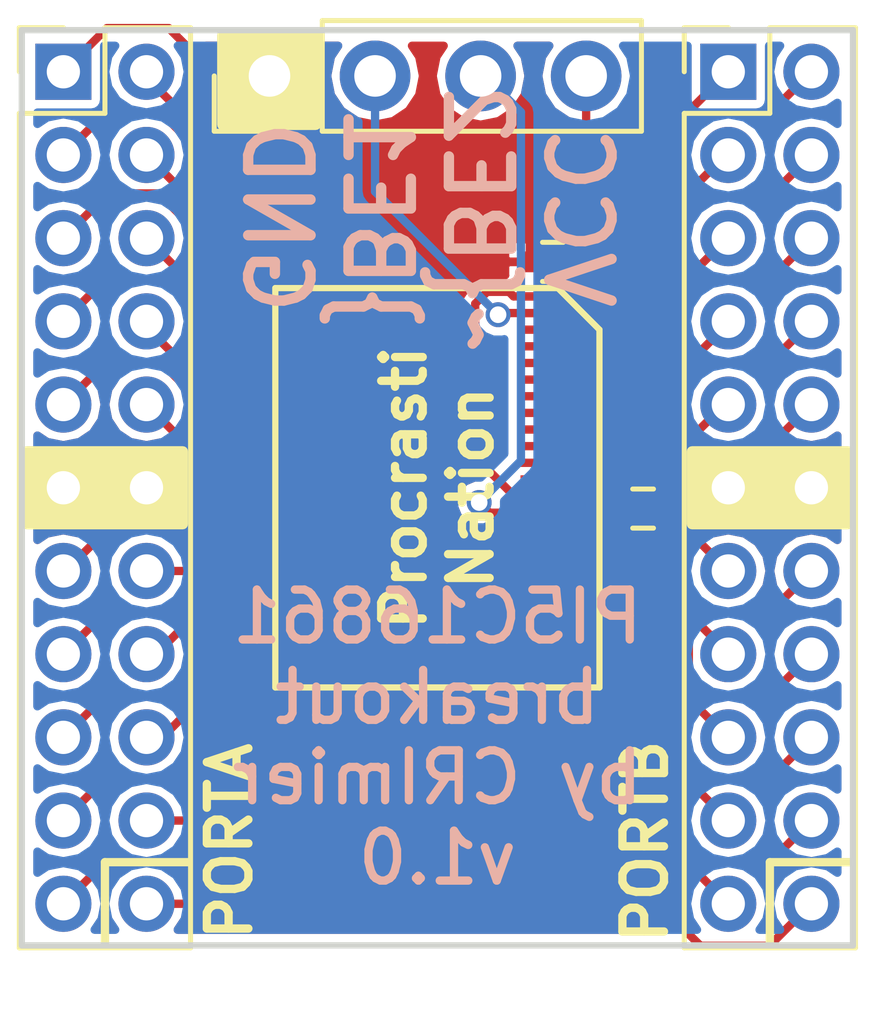
<source format=kicad_pcb>
(kicad_pcb (version 4) (host pcbnew 4.0.7)

  (general
    (links 54)
    (no_connects 8)
    (area 152.324999 107.015 173.675001 133.085)
    (thickness 1.6)
    (drawings 13)
    (tracks 266)
    (zones 0)
    (modules 6)
    (nets 45)
  )

  (page A4)
  (layers
    (0 F.Cu signal)
    (31 B.Cu signal)
    (32 B.Adhes user)
    (33 F.Adhes user)
    (34 B.Paste user)
    (35 F.Paste user)
    (36 B.SilkS user)
    (37 F.SilkS user)
    (38 B.Mask user)
    (39 F.Mask user)
    (40 Dwgs.User user)
    (41 Cmts.User user)
    (42 Eco1.User user)
    (43 Eco2.User user)
    (44 Edge.Cuts user)
    (45 Margin user)
    (46 B.CrtYd user)
    (47 F.CrtYd user)
    (48 B.Fab user)
    (49 F.Fab user)
  )

  (setup
    (last_trace_width 0.2)
    (trace_clearance 0.15)
    (zone_clearance 0.508)
    (zone_45_only no)
    (trace_min 0.2)
    (segment_width 0.2)
    (edge_width 0.15)
    (via_size 0.6)
    (via_drill 0.4)
    (via_min_size 0.4)
    (via_min_drill 0.3)
    (uvia_size 0.3)
    (uvia_drill 0.1)
    (uvias_allowed no)
    (uvia_min_size 0.2)
    (uvia_min_drill 0.1)
    (pcb_text_width 0.3)
    (pcb_text_size 1.5 1.5)
    (mod_edge_width 0.15)
    (mod_text_size 1 1)
    (mod_text_width 0.15)
    (pad_size 1.524 1.524)
    (pad_drill 0.762)
    (pad_to_mask_clearance 0.2)
    (aux_axis_origin 173 109)
    (visible_elements FFFFFF7F)
    (pcbplotparams
      (layerselection 0x010f0_80000001)
      (usegerberextensions true)
      (excludeedgelayer true)
      (linewidth 0.100000)
      (plotframeref false)
      (viasonmask false)
      (mode 1)
      (useauxorigin true)
      (hpglpennumber 1)
      (hpglpenspeed 20)
      (hpglpendiameter 15)
      (hpglpenoverlay 2)
      (psnegative false)
      (psa4output false)
      (plotreference false)
      (plotvalue false)
      (plotinvisibletext false)
      (padsonsilk false)
      (subtractmaskfromsilk false)
      (outputformat 1)
      (mirror false)
      (drillshape 0)
      (scaleselection 1)
      (outputdirectory gerbers/))
  )

  (net 0 "")
  (net 1 VCC)
  (net 2 GND)
  (net 3 "Net-(J1-Pad1)")
  (net 4 "Net-(J1-Pad2)")
  (net 5 "Net-(J1-Pad3)")
  (net 6 "Net-(J1-Pad4)")
  (net 7 "Net-(J1-Pad5)")
  (net 8 "Net-(J1-Pad6)")
  (net 9 "Net-(J1-Pad7)")
  (net 10 "Net-(J1-Pad8)")
  (net 11 "Net-(J1-Pad9)")
  (net 12 "Net-(J1-Pad10)")
  (net 13 "Net-(J1-Pad13)")
  (net 14 "Net-(J1-Pad14)")
  (net 15 "Net-(J1-Pad15)")
  (net 16 "Net-(J1-Pad16)")
  (net 17 "Net-(J1-Pad17)")
  (net 18 "Net-(J1-Pad18)")
  (net 19 "Net-(J1-Pad19)")
  (net 20 "Net-(J1-Pad20)")
  (net 21 "Net-(J1-Pad21)")
  (net 22 "Net-(J1-Pad22)")
  (net 23 ~BE1)
  (net 24 ~BE2)
  (net 25 "Net-(J3-Pad1)")
  (net 26 "Net-(J3-Pad2)")
  (net 27 "Net-(J3-Pad3)")
  (net 28 "Net-(J3-Pad4)")
  (net 29 "Net-(J3-Pad5)")
  (net 30 "Net-(J3-Pad6)")
  (net 31 "Net-(J3-Pad7)")
  (net 32 "Net-(J3-Pad8)")
  (net 33 "Net-(J3-Pad9)")
  (net 34 "Net-(J3-Pad10)")
  (net 35 "Net-(J3-Pad13)")
  (net 36 "Net-(J3-Pad14)")
  (net 37 "Net-(J3-Pad15)")
  (net 38 "Net-(J3-Pad16)")
  (net 39 "Net-(J3-Pad17)")
  (net 40 "Net-(J3-Pad18)")
  (net 41 "Net-(J3-Pad19)")
  (net 42 "Net-(J3-Pad20)")
  (net 43 "Net-(J3-Pad21)")
  (net 44 "Net-(J3-Pad22)")

  (net_class Default "This is the default net class."
    (clearance 0.15)
    (trace_width 0.2)
    (via_dia 0.6)
    (via_drill 0.4)
    (uvia_dia 0.3)
    (uvia_drill 0.1)
    (add_net GND)
    (add_net "Net-(J1-Pad1)")
    (add_net "Net-(J1-Pad10)")
    (add_net "Net-(J1-Pad13)")
    (add_net "Net-(J1-Pad14)")
    (add_net "Net-(J1-Pad15)")
    (add_net "Net-(J1-Pad16)")
    (add_net "Net-(J1-Pad17)")
    (add_net "Net-(J1-Pad18)")
    (add_net "Net-(J1-Pad19)")
    (add_net "Net-(J1-Pad2)")
    (add_net "Net-(J1-Pad20)")
    (add_net "Net-(J1-Pad21)")
    (add_net "Net-(J1-Pad22)")
    (add_net "Net-(J1-Pad3)")
    (add_net "Net-(J1-Pad4)")
    (add_net "Net-(J1-Pad5)")
    (add_net "Net-(J1-Pad6)")
    (add_net "Net-(J1-Pad7)")
    (add_net "Net-(J1-Pad8)")
    (add_net "Net-(J1-Pad9)")
    (add_net "Net-(J3-Pad1)")
    (add_net "Net-(J3-Pad10)")
    (add_net "Net-(J3-Pad13)")
    (add_net "Net-(J3-Pad14)")
    (add_net "Net-(J3-Pad15)")
    (add_net "Net-(J3-Pad16)")
    (add_net "Net-(J3-Pad17)")
    (add_net "Net-(J3-Pad18)")
    (add_net "Net-(J3-Pad19)")
    (add_net "Net-(J3-Pad2)")
    (add_net "Net-(J3-Pad20)")
    (add_net "Net-(J3-Pad21)")
    (add_net "Net-(J3-Pad22)")
    (add_net "Net-(J3-Pad3)")
    (add_net "Net-(J3-Pad4)")
    (add_net "Net-(J3-Pad5)")
    (add_net "Net-(J3-Pad6)")
    (add_net "Net-(J3-Pad7)")
    (add_net "Net-(J3-Pad8)")
    (add_net "Net-(J3-Pad9)")
    (add_net VCC)
    (add_net ~BE1)
    (add_net ~BE2)
  )

  (module Capacitors_SMD:C_0402 (layer F.Cu) (tedit 5CB9B728) (tstamp 5CB9B8DD)
    (at 165.78 114.57 180)
    (descr "Capacitor SMD 0402, reflow soldering, AVX (see smccp.pdf)")
    (tags "capacitor 0402")
    (path /5CB9BB80)
    (attr smd)
    (fp_text reference C1 (at 0 -1.27 180) (layer F.SilkS) hide
      (effects (font (size 1 1) (thickness 0.15)))
    )
    (fp_text value C_Small (at 0 1.27 180) (layer F.Fab)
      (effects (font (size 1 1) (thickness 0.15)))
    )
    (fp_text user %R (at 0 -1.27 180) (layer F.Fab)
      (effects (font (size 1 1) (thickness 0.15)))
    )
    (fp_line (start -0.5 0.25) (end -0.5 -0.25) (layer F.Fab) (width 0.1))
    (fp_line (start 0.5 0.25) (end -0.5 0.25) (layer F.Fab) (width 0.1))
    (fp_line (start 0.5 -0.25) (end 0.5 0.25) (layer F.Fab) (width 0.1))
    (fp_line (start -0.5 -0.25) (end 0.5 -0.25) (layer F.Fab) (width 0.1))
    (fp_line (start 0.25 -0.47) (end -0.25 -0.47) (layer F.SilkS) (width 0.12))
    (fp_line (start -0.25 0.47) (end 0.25 0.47) (layer F.SilkS) (width 0.12))
    (fp_line (start -1 -0.4) (end 1 -0.4) (layer F.CrtYd) (width 0.05))
    (fp_line (start -1 -0.4) (end -1 0.4) (layer F.CrtYd) (width 0.05))
    (fp_line (start 1 0.4) (end 1 -0.4) (layer F.CrtYd) (width 0.05))
    (fp_line (start 1 0.4) (end -1 0.4) (layer F.CrtYd) (width 0.05))
    (pad 1 smd rect (at -0.55 0 180) (size 0.6 0.5) (layers F.Cu F.Paste F.Mask)
      (net 1 VCC))
    (pad 2 smd rect (at 0.55 0 180) (size 0.6 0.5) (layers F.Cu F.Paste F.Mask)
      (net 2 GND))
    (model Capacitors_SMD.3dshapes/C_0402.wrl
      (at (xyz 0 0 0))
      (scale (xyz 1 1 1))
      (rotate (xyz 0 0 0))
    )
  )

  (module Capacitors_SMD:C_0402 (layer F.Cu) (tedit 5CB9B725) (tstamp 5CB9B8E3)
    (at 167.95 120.5)
    (descr "Capacitor SMD 0402, reflow soldering, AVX (see smccp.pdf)")
    (tags "capacitor 0402")
    (path /5CB9BDD8)
    (attr smd)
    (fp_text reference C2 (at 0 -1.27) (layer F.SilkS) hide
      (effects (font (size 1 1) (thickness 0.15)))
    )
    (fp_text value C_Small (at 0 1.27) (layer F.Fab)
      (effects (font (size 1 1) (thickness 0.15)))
    )
    (fp_text user %R (at 0 -1.27) (layer F.Fab)
      (effects (font (size 1 1) (thickness 0.15)))
    )
    (fp_line (start -0.5 0.25) (end -0.5 -0.25) (layer F.Fab) (width 0.1))
    (fp_line (start 0.5 0.25) (end -0.5 0.25) (layer F.Fab) (width 0.1))
    (fp_line (start 0.5 -0.25) (end 0.5 0.25) (layer F.Fab) (width 0.1))
    (fp_line (start -0.5 -0.25) (end 0.5 -0.25) (layer F.Fab) (width 0.1))
    (fp_line (start 0.25 -0.47) (end -0.25 -0.47) (layer F.SilkS) (width 0.12))
    (fp_line (start -0.25 0.47) (end 0.25 0.47) (layer F.SilkS) (width 0.12))
    (fp_line (start -1 -0.4) (end 1 -0.4) (layer F.CrtYd) (width 0.05))
    (fp_line (start -1 -0.4) (end -1 0.4) (layer F.CrtYd) (width 0.05))
    (fp_line (start 1 0.4) (end 1 -0.4) (layer F.CrtYd) (width 0.05))
    (fp_line (start 1 0.4) (end -1 0.4) (layer F.CrtYd) (width 0.05))
    (pad 1 smd rect (at -0.55 0) (size 0.6 0.5) (layers F.Cu F.Paste F.Mask)
      (net 1 VCC))
    (pad 2 smd rect (at 0.55 0) (size 0.6 0.5) (layers F.Cu F.Paste F.Mask)
      (net 2 GND))
    (model Capacitors_SMD.3dshapes/C_0402.wrl
      (at (xyz 0 0 0))
      (scale (xyz 1 1 1))
      (rotate (xyz 0 0 0))
    )
  )

  (module Pin_Headers:Pin_Header_Straight_2x11_Pitch2.00mm (layer F.Cu) (tedit 5CB9B720) (tstamp 5CB9B8FD)
    (at 154 110)
    (descr "Through hole straight pin header, 2x11, 2.00mm pitch, double rows")
    (tags "Through hole pin header THT 2x11 2.00mm double row")
    (path /5CB9B6B1)
    (fp_text reference J1 (at 1 -2.06) (layer F.SilkS) hide
      (effects (font (size 1 1) (thickness 0.15)))
    )
    (fp_text value PORTA (at 1 22.06) (layer F.Fab)
      (effects (font (size 1 1) (thickness 0.15)))
    )
    (fp_line (start 0 -1) (end 3 -1) (layer F.Fab) (width 0.1))
    (fp_line (start 3 -1) (end 3 21) (layer F.Fab) (width 0.1))
    (fp_line (start 3 21) (end -1 21) (layer F.Fab) (width 0.1))
    (fp_line (start -1 21) (end -1 0) (layer F.Fab) (width 0.1))
    (fp_line (start -1 0) (end 0 -1) (layer F.Fab) (width 0.1))
    (fp_line (start -1.06 21.06) (end 3.06 21.06) (layer F.SilkS) (width 0.12))
    (fp_line (start -1.06 1) (end -1.06 21.06) (layer F.SilkS) (width 0.12))
    (fp_line (start 3.06 -1.06) (end 3.06 21.06) (layer F.SilkS) (width 0.12))
    (fp_line (start -1.06 1) (end 1 1) (layer F.SilkS) (width 0.12))
    (fp_line (start 1 1) (end 1 -1.06) (layer F.SilkS) (width 0.12))
    (fp_line (start 1 -1.06) (end 3.06 -1.06) (layer F.SilkS) (width 0.12))
    (fp_line (start -1.06 0) (end -1.06 -1.06) (layer F.SilkS) (width 0.12))
    (fp_line (start -1.06 -1.06) (end 0 -1.06) (layer F.SilkS) (width 0.12))
    (fp_line (start -1.5 -1.5) (end -1.5 21.5) (layer F.CrtYd) (width 0.05))
    (fp_line (start -1.5 21.5) (end 3.5 21.5) (layer F.CrtYd) (width 0.05))
    (fp_line (start 3.5 21.5) (end 3.5 -1.5) (layer F.CrtYd) (width 0.05))
    (fp_line (start 3.5 -1.5) (end -1.5 -1.5) (layer F.CrtYd) (width 0.05))
    (fp_text user %R (at 1 10 90) (layer F.Fab)
      (effects (font (size 1 1) (thickness 0.15)))
    )
    (pad 1 thru_hole rect (at 0 0) (size 1.35 1.35) (drill 0.8) (layers *.Cu *.Mask)
      (net 3 "Net-(J1-Pad1)"))
    (pad 2 thru_hole oval (at 2 0) (size 1.35 1.35) (drill 0.8) (layers *.Cu *.Mask)
      (net 4 "Net-(J1-Pad2)"))
    (pad 3 thru_hole oval (at 0 2) (size 1.35 1.35) (drill 0.8) (layers *.Cu *.Mask)
      (net 5 "Net-(J1-Pad3)"))
    (pad 4 thru_hole oval (at 2 2) (size 1.35 1.35) (drill 0.8) (layers *.Cu *.Mask)
      (net 6 "Net-(J1-Pad4)"))
    (pad 5 thru_hole oval (at 0 4) (size 1.35 1.35) (drill 0.8) (layers *.Cu *.Mask)
      (net 7 "Net-(J1-Pad5)"))
    (pad 6 thru_hole oval (at 2 4) (size 1.35 1.35) (drill 0.8) (layers *.Cu *.Mask)
      (net 8 "Net-(J1-Pad6)"))
    (pad 7 thru_hole oval (at 0 6) (size 1.35 1.35) (drill 0.8) (layers *.Cu *.Mask)
      (net 9 "Net-(J1-Pad7)"))
    (pad 8 thru_hole oval (at 2 6) (size 1.35 1.35) (drill 0.8) (layers *.Cu *.Mask)
      (net 10 "Net-(J1-Pad8)"))
    (pad 9 thru_hole oval (at 0 8) (size 1.35 1.35) (drill 0.8) (layers *.Cu *.Mask)
      (net 11 "Net-(J1-Pad9)"))
    (pad 10 thru_hole oval (at 2 8) (size 1.35 1.35) (drill 0.8) (layers *.Cu *.Mask)
      (net 12 "Net-(J1-Pad10)"))
    (pad 11 thru_hole oval (at 0 10) (size 1.35 1.35) (drill 0.8) (layers *.Cu *.Mask)
      (net 2 GND))
    (pad 12 thru_hole oval (at 2 10) (size 1.35 1.35) (drill 0.8) (layers *.Cu *.Mask)
      (net 2 GND))
    (pad 13 thru_hole oval (at 0 12) (size 1.35 1.35) (drill 0.8) (layers *.Cu *.Mask)
      (net 13 "Net-(J1-Pad13)"))
    (pad 14 thru_hole oval (at 2 12) (size 1.35 1.35) (drill 0.8) (layers *.Cu *.Mask)
      (net 14 "Net-(J1-Pad14)"))
    (pad 15 thru_hole oval (at 0 14) (size 1.35 1.35) (drill 0.8) (layers *.Cu *.Mask)
      (net 15 "Net-(J1-Pad15)"))
    (pad 16 thru_hole oval (at 2 14) (size 1.35 1.35) (drill 0.8) (layers *.Cu *.Mask)
      (net 16 "Net-(J1-Pad16)"))
    (pad 17 thru_hole oval (at 0 16) (size 1.35 1.35) (drill 0.8) (layers *.Cu *.Mask)
      (net 17 "Net-(J1-Pad17)"))
    (pad 18 thru_hole oval (at 2 16) (size 1.35 1.35) (drill 0.8) (layers *.Cu *.Mask)
      (net 18 "Net-(J1-Pad18)"))
    (pad 19 thru_hole oval (at 0 18) (size 1.35 1.35) (drill 0.8) (layers *.Cu *.Mask)
      (net 19 "Net-(J1-Pad19)"))
    (pad 20 thru_hole oval (at 2 18) (size 1.35 1.35) (drill 0.8) (layers *.Cu *.Mask)
      (net 20 "Net-(J1-Pad20)"))
    (pad 21 thru_hole oval (at 0 20) (size 1.35 1.35) (drill 0.8) (layers *.Cu *.Mask)
      (net 21 "Net-(J1-Pad21)"))
    (pad 22 thru_hole oval (at 2 20) (size 1.35 1.35) (drill 0.8) (layers *.Cu *.Mask)
      (net 22 "Net-(J1-Pad22)"))
    (model ${KISYS3DMOD}/Pin_Headers.3dshapes/Pin_Header_Straight_2x11_Pitch2.00mm.wrl
      (at (xyz 0 0 0))
      (scale (xyz 1 1 1))
      (rotate (xyz 0 0 0))
    )
  )

  (module Pin_Headers:Pin_Header_Straight_1x04_Pitch2.54mm (layer F.Cu) (tedit 5CB9BC11) (tstamp 5CB9B905)
    (at 158.96 110.1 90)
    (descr "Through hole straight pin header, 1x04, 2.54mm pitch, single row")
    (tags "Through hole pin header THT 1x04 2.54mm single row")
    (path /5CB9B5A0)
    (fp_text reference J2 (at 0 -2.33 90) (layer F.SilkS) hide
      (effects (font (size 1 1) (thickness 0.15)))
    )
    (fp_text value IO (at 0 9.95 90) (layer F.Fab)
      (effects (font (size 1 1) (thickness 0.15)))
    )
    (fp_line (start -0.635 -1.27) (end 1.27 -1.27) (layer F.Fab) (width 0.1))
    (fp_line (start 1.27 -1.27) (end 1.27 8.89) (layer F.Fab) (width 0.1))
    (fp_line (start 1.27 8.89) (end -1.27 8.89) (layer F.Fab) (width 0.1))
    (fp_line (start -1.27 8.89) (end -1.27 -0.635) (layer F.Fab) (width 0.1))
    (fp_line (start -1.27 -0.635) (end -0.635 -1.27) (layer F.Fab) (width 0.1))
    (fp_line (start -1.33 8.95) (end 1.33 8.95) (layer F.SilkS) (width 0.12))
    (fp_line (start -1.33 1.27) (end -1.33 8.95) (layer F.SilkS) (width 0.12))
    (fp_line (start 1.33 1.27) (end 1.33 8.95) (layer F.SilkS) (width 0.12))
    (fp_line (start -1.33 1.27) (end 1.33 1.27) (layer F.SilkS) (width 0.12))
    (fp_line (start -1.33 0) (end -1.33 -1.33) (layer F.SilkS) (width 0.12))
    (fp_line (start -1.33 -1.33) (end 0 -1.33) (layer F.SilkS) (width 0.12))
    (fp_line (start -1.8 -1.8) (end -1.8 9.4) (layer F.CrtYd) (width 0.05))
    (fp_line (start -1.8 9.4) (end 1.8 9.4) (layer F.CrtYd) (width 0.05))
    (fp_line (start 1.8 9.4) (end 1.8 -1.8) (layer F.CrtYd) (width 0.05))
    (fp_line (start 1.8 -1.8) (end -1.8 -1.8) (layer F.CrtYd) (width 0.05))
    (fp_text user %R (at 0 3.81 180) (layer F.Fab)
      (effects (font (size 1 1) (thickness 0.15)))
    )
    (pad 1 thru_hole rect (at 0 0 90) (size 1.7 1.7) (drill 1) (layers *.Cu *.Mask)
      (net 2 GND))
    (pad 2 thru_hole oval (at 0 2.54 90) (size 1.7 1.7) (drill 1) (layers *.Cu *.Mask)
      (net 23 ~BE1))
    (pad 3 thru_hole oval (at 0 5.08 90) (size 1.7 1.7) (drill 1) (layers *.Cu *.Mask)
      (net 24 ~BE2))
    (pad 4 thru_hole oval (at 0 7.62 90) (size 1.7 1.7) (drill 1) (layers *.Cu *.Mask)
      (net 1 VCC))
    (model ${KISYS3DMOD}/Pin_Headers.3dshapes/Pin_Header_Straight_1x04_Pitch2.54mm.wrl
      (at (xyz 0 0 0))
      (scale (xyz 1 1 1))
      (rotate (xyz 0 0 0))
    )
  )

  (module Pin_Headers:Pin_Header_Straight_2x11_Pitch2.00mm (layer F.Cu) (tedit 5CB9B722) (tstamp 5CB9B91F)
    (at 170 110)
    (descr "Through hole straight pin header, 2x11, 2.00mm pitch, double rows")
    (tags "Through hole pin header THT 2x11 2.00mm double row")
    (path /5CB9B967)
    (fp_text reference J3 (at 1 -2.06) (layer F.SilkS) hide
      (effects (font (size 1 1) (thickness 0.15)))
    )
    (fp_text value PORTB (at 1 22.06) (layer F.Fab)
      (effects (font (size 1 1) (thickness 0.15)))
    )
    (fp_line (start 0 -1) (end 3 -1) (layer F.Fab) (width 0.1))
    (fp_line (start 3 -1) (end 3 21) (layer F.Fab) (width 0.1))
    (fp_line (start 3 21) (end -1 21) (layer F.Fab) (width 0.1))
    (fp_line (start -1 21) (end -1 0) (layer F.Fab) (width 0.1))
    (fp_line (start -1 0) (end 0 -1) (layer F.Fab) (width 0.1))
    (fp_line (start -1.06 21.06) (end 3.06 21.06) (layer F.SilkS) (width 0.12))
    (fp_line (start -1.06 1) (end -1.06 21.06) (layer F.SilkS) (width 0.12))
    (fp_line (start 3.06 -1.06) (end 3.06 21.06) (layer F.SilkS) (width 0.12))
    (fp_line (start -1.06 1) (end 1 1) (layer F.SilkS) (width 0.12))
    (fp_line (start 1 1) (end 1 -1.06) (layer F.SilkS) (width 0.12))
    (fp_line (start 1 -1.06) (end 3.06 -1.06) (layer F.SilkS) (width 0.12))
    (fp_line (start -1.06 0) (end -1.06 -1.06) (layer F.SilkS) (width 0.12))
    (fp_line (start -1.06 -1.06) (end 0 -1.06) (layer F.SilkS) (width 0.12))
    (fp_line (start -1.5 -1.5) (end -1.5 21.5) (layer F.CrtYd) (width 0.05))
    (fp_line (start -1.5 21.5) (end 3.5 21.5) (layer F.CrtYd) (width 0.05))
    (fp_line (start 3.5 21.5) (end 3.5 -1.5) (layer F.CrtYd) (width 0.05))
    (fp_line (start 3.5 -1.5) (end -1.5 -1.5) (layer F.CrtYd) (width 0.05))
    (fp_text user %R (at 1 10 90) (layer F.Fab)
      (effects (font (size 1 1) (thickness 0.15)))
    )
    (pad 1 thru_hole rect (at 0 0) (size 1.35 1.35) (drill 0.8) (layers *.Cu *.Mask)
      (net 25 "Net-(J3-Pad1)"))
    (pad 2 thru_hole oval (at 2 0) (size 1.35 1.35) (drill 0.8) (layers *.Cu *.Mask)
      (net 26 "Net-(J3-Pad2)"))
    (pad 3 thru_hole oval (at 0 2) (size 1.35 1.35) (drill 0.8) (layers *.Cu *.Mask)
      (net 27 "Net-(J3-Pad3)"))
    (pad 4 thru_hole oval (at 2 2) (size 1.35 1.35) (drill 0.8) (layers *.Cu *.Mask)
      (net 28 "Net-(J3-Pad4)"))
    (pad 5 thru_hole oval (at 0 4) (size 1.35 1.35) (drill 0.8) (layers *.Cu *.Mask)
      (net 29 "Net-(J3-Pad5)"))
    (pad 6 thru_hole oval (at 2 4) (size 1.35 1.35) (drill 0.8) (layers *.Cu *.Mask)
      (net 30 "Net-(J3-Pad6)"))
    (pad 7 thru_hole oval (at 0 6) (size 1.35 1.35) (drill 0.8) (layers *.Cu *.Mask)
      (net 31 "Net-(J3-Pad7)"))
    (pad 8 thru_hole oval (at 2 6) (size 1.35 1.35) (drill 0.8) (layers *.Cu *.Mask)
      (net 32 "Net-(J3-Pad8)"))
    (pad 9 thru_hole oval (at 0 8) (size 1.35 1.35) (drill 0.8) (layers *.Cu *.Mask)
      (net 33 "Net-(J3-Pad9)"))
    (pad 10 thru_hole oval (at 2 8) (size 1.35 1.35) (drill 0.8) (layers *.Cu *.Mask)
      (net 34 "Net-(J3-Pad10)"))
    (pad 11 thru_hole oval (at 0 10) (size 1.35 1.35) (drill 0.8) (layers *.Cu *.Mask)
      (net 2 GND))
    (pad 12 thru_hole oval (at 2 10) (size 1.35 1.35) (drill 0.8) (layers *.Cu *.Mask)
      (net 2 GND))
    (pad 13 thru_hole oval (at 0 12) (size 1.35 1.35) (drill 0.8) (layers *.Cu *.Mask)
      (net 35 "Net-(J3-Pad13)"))
    (pad 14 thru_hole oval (at 2 12) (size 1.35 1.35) (drill 0.8) (layers *.Cu *.Mask)
      (net 36 "Net-(J3-Pad14)"))
    (pad 15 thru_hole oval (at 0 14) (size 1.35 1.35) (drill 0.8) (layers *.Cu *.Mask)
      (net 37 "Net-(J3-Pad15)"))
    (pad 16 thru_hole oval (at 2 14) (size 1.35 1.35) (drill 0.8) (layers *.Cu *.Mask)
      (net 38 "Net-(J3-Pad16)"))
    (pad 17 thru_hole oval (at 0 16) (size 1.35 1.35) (drill 0.8) (layers *.Cu *.Mask)
      (net 39 "Net-(J3-Pad17)"))
    (pad 18 thru_hole oval (at 2 16) (size 1.35 1.35) (drill 0.8) (layers *.Cu *.Mask)
      (net 40 "Net-(J3-Pad18)"))
    (pad 19 thru_hole oval (at 0 18) (size 1.35 1.35) (drill 0.8) (layers *.Cu *.Mask)
      (net 41 "Net-(J3-Pad19)"))
    (pad 20 thru_hole oval (at 2 18) (size 1.35 1.35) (drill 0.8) (layers *.Cu *.Mask)
      (net 42 "Net-(J3-Pad20)"))
    (pad 21 thru_hole oval (at 0 20) (size 1.35 1.35) (drill 0.8) (layers *.Cu *.Mask)
      (net 43 "Net-(J3-Pad21)"))
    (pad 22 thru_hole oval (at 2 20) (size 1.35 1.35) (drill 0.8) (layers *.Cu *.Mask)
      (net 44 "Net-(J3-Pad22)"))
    (model ${KISYS3DMOD}/Pin_Headers.3dshapes/Pin_Header_Straight_2x11_Pitch2.00mm.wrl
      (at (xyz 0 0 0))
      (scale (xyz 1 1 1))
      (rotate (xyz 0 0 0))
    )
  )

  (module pi5c16861_breakout:BSQOP48 (layer F.Cu) (tedit 5CB9B72B) (tstamp 5CB9B953)
    (at 163 120 270)
    (path /5CB9B548)
    (fp_text reference U1 (at -6 0 360) (layer F.SilkS) hide
      (effects (font (size 1.2 1.2) (thickness 0.15)))
    )
    (fp_text value PI5C16861 (at 0 0 270) (layer F.Fab)
      (effects (font (size 1.2 1.2) (thickness 0.15)))
    )
    (fp_line (start -3.8 -3.9) (end -4.8 -2.9) (layer F.SilkS) (width 0.15))
    (fp_line (start -4.8 -2.9) (end -4.8 3.9) (layer F.SilkS) (width 0.15))
    (fp_line (start -4.8 3.9) (end 4.8 3.9) (layer F.SilkS) (width 0.15))
    (fp_line (start 4.8 3.9) (end 4.8 -3.9) (layer F.SilkS) (width 0.15))
    (fp_line (start 4.8 -3.9) (end -3.8 -3.9) (layer F.SilkS) (width 0.15))
    (pad 48 smd rect (at -4.6 -2.9 270) (size 0.2 1.8) (layers F.Cu F.Paste F.Mask)
      (net 1 VCC))
    (pad 1 smd rect (at -4.6 2.9 270) (size 0.2 1.8) (layers F.Cu F.Paste F.Mask))
    (pad 47 smd rect (at -4.2 -2.9 270) (size 0.2 1.8) (layers F.Cu F.Paste F.Mask)
      (net 23 ~BE1))
    (pad 2 smd rect (at -4.2 2.9 270) (size 0.2 1.8) (layers F.Cu F.Paste F.Mask)
      (net 3 "Net-(J1-Pad1)"))
    (pad 46 smd rect (at -3.8 -2.9 270) (size 0.2 1.8) (layers F.Cu F.Paste F.Mask)
      (net 25 "Net-(J3-Pad1)"))
    (pad 3 smd rect (at -3.8 2.9 270) (size 0.2 1.8) (layers F.Cu F.Paste F.Mask)
      (net 4 "Net-(J1-Pad2)"))
    (pad 45 smd rect (at -3.4 -2.9 270) (size 0.2 1.8) (layers F.Cu F.Paste F.Mask)
      (net 26 "Net-(J3-Pad2)"))
    (pad 4 smd rect (at -3.4 2.9 270) (size 0.2 1.8) (layers F.Cu F.Paste F.Mask)
      (net 5 "Net-(J1-Pad3)"))
    (pad 44 smd rect (at -3 -2.9 270) (size 0.2 1.8) (layers F.Cu F.Paste F.Mask)
      (net 27 "Net-(J3-Pad3)"))
    (pad 5 smd rect (at -3 2.9 270) (size 0.2 1.8) (layers F.Cu F.Paste F.Mask)
      (net 6 "Net-(J1-Pad4)"))
    (pad 43 smd rect (at -2.6 -2.9 270) (size 0.2 1.8) (layers F.Cu F.Paste F.Mask)
      (net 28 "Net-(J3-Pad4)"))
    (pad 6 smd rect (at -2.6 2.9 270) (size 0.2 1.8) (layers F.Cu F.Paste F.Mask)
      (net 7 "Net-(J1-Pad5)"))
    (pad 42 smd rect (at -2.2 -2.9 270) (size 0.2 1.8) (layers F.Cu F.Paste F.Mask)
      (net 29 "Net-(J3-Pad5)"))
    (pad 7 smd rect (at -2.2 2.9 270) (size 0.2 1.8) (layers F.Cu F.Paste F.Mask)
      (net 8 "Net-(J1-Pad6)"))
    (pad 41 smd rect (at -1.8 -2.9 270) (size 0.2 1.8) (layers F.Cu F.Paste F.Mask)
      (net 30 "Net-(J3-Pad6)"))
    (pad 8 smd rect (at -1.8 2.9 270) (size 0.2 1.8) (layers F.Cu F.Paste F.Mask)
      (net 9 "Net-(J1-Pad7)"))
    (pad 40 smd rect (at -1.4 -2.9 270) (size 0.2 1.8) (layers F.Cu F.Paste F.Mask)
      (net 31 "Net-(J3-Pad7)"))
    (pad 9 smd rect (at -1.4 2.9 270) (size 0.2 1.8) (layers F.Cu F.Paste F.Mask)
      (net 10 "Net-(J1-Pad8)"))
    (pad 39 smd rect (at -1 -2.9 270) (size 0.2 1.8) (layers F.Cu F.Paste F.Mask)
      (net 32 "Net-(J3-Pad8)"))
    (pad 10 smd rect (at -1 2.9 270) (size 0.2 1.8) (layers F.Cu F.Paste F.Mask)
      (net 11 "Net-(J1-Pad9)"))
    (pad 38 smd rect (at -0.6 -2.9 270) (size 0.2 1.8) (layers F.Cu F.Paste F.Mask)
      (net 33 "Net-(J3-Pad9)"))
    (pad 11 smd rect (at -0.6 2.9 270) (size 0.2 1.8) (layers F.Cu F.Paste F.Mask)
      (net 12 "Net-(J1-Pad10)"))
    (pad 37 smd rect (at -0.2 -2.9 270) (size 0.2 1.8) (layers F.Cu F.Paste F.Mask)
      (net 34 "Net-(J3-Pad10)"))
    (pad 12 smd rect (at -0.2 2.9 270) (size 0.2 1.8) (layers F.Cu F.Paste F.Mask)
      (net 2 GND))
    (pad 36 smd rect (at 0.2 -2.9 270) (size 0.2 1.8) (layers F.Cu F.Paste F.Mask)
      (net 1 VCC))
    (pad 13 smd rect (at 0.2 2.9 270) (size 0.2 1.8) (layers F.Cu F.Paste F.Mask))
    (pad 35 smd rect (at 0.6 -2.9 270) (size 0.2 1.8) (layers F.Cu F.Paste F.Mask)
      (net 24 ~BE2))
    (pad 14 smd rect (at 0.6 2.9 270) (size 0.2 1.8) (layers F.Cu F.Paste F.Mask)
      (net 13 "Net-(J1-Pad13)"))
    (pad 34 smd rect (at 1 -2.9 270) (size 0.2 1.8) (layers F.Cu F.Paste F.Mask)
      (net 35 "Net-(J3-Pad13)"))
    (pad 15 smd rect (at 1 2.9 270) (size 0.2 1.8) (layers F.Cu F.Paste F.Mask)
      (net 14 "Net-(J1-Pad14)"))
    (pad 33 smd rect (at 1.4 -2.9 270) (size 0.2 1.8) (layers F.Cu F.Paste F.Mask)
      (net 36 "Net-(J3-Pad14)"))
    (pad 16 smd rect (at 1.4 2.9 270) (size 0.2 1.8) (layers F.Cu F.Paste F.Mask)
      (net 15 "Net-(J1-Pad15)"))
    (pad 32 smd rect (at 1.8 -2.9 270) (size 0.2 1.8) (layers F.Cu F.Paste F.Mask)
      (net 37 "Net-(J3-Pad15)"))
    (pad 17 smd rect (at 1.8 2.9 270) (size 0.2 1.8) (layers F.Cu F.Paste F.Mask)
      (net 16 "Net-(J1-Pad16)"))
    (pad 31 smd rect (at 2.2 -2.9 270) (size 0.2 1.8) (layers F.Cu F.Paste F.Mask)
      (net 38 "Net-(J3-Pad16)"))
    (pad 18 smd rect (at 2.2 2.9 270) (size 0.2 1.8) (layers F.Cu F.Paste F.Mask)
      (net 17 "Net-(J1-Pad17)"))
    (pad 30 smd rect (at 2.6 -2.9 270) (size 0.2 1.8) (layers F.Cu F.Paste F.Mask)
      (net 39 "Net-(J3-Pad17)"))
    (pad 19 smd rect (at 2.6 2.9 270) (size 0.2 1.8) (layers F.Cu F.Paste F.Mask)
      (net 18 "Net-(J1-Pad18)"))
    (pad 29 smd rect (at 3 -2.9 270) (size 0.2 1.8) (layers F.Cu F.Paste F.Mask)
      (net 40 "Net-(J3-Pad18)"))
    (pad 20 smd rect (at 3 2.9 270) (size 0.2 1.8) (layers F.Cu F.Paste F.Mask)
      (net 19 "Net-(J1-Pad19)"))
    (pad 28 smd rect (at 3.4 -2.9 270) (size 0.2 1.8) (layers F.Cu F.Paste F.Mask)
      (net 41 "Net-(J3-Pad19)"))
    (pad 21 smd rect (at 3.4 2.9 270) (size 0.2 1.8) (layers F.Cu F.Paste F.Mask)
      (net 20 "Net-(J1-Pad20)"))
    (pad 27 smd rect (at 3.8 -2.9 270) (size 0.2 1.8) (layers F.Cu F.Paste F.Mask)
      (net 42 "Net-(J3-Pad20)"))
    (pad 22 smd rect (at 3.8 2.9 270) (size 0.2 1.8) (layers F.Cu F.Paste F.Mask)
      (net 21 "Net-(J1-Pad21)"))
    (pad 26 smd rect (at 4.2 -2.9 270) (size 0.2 1.8) (layers F.Cu F.Paste F.Mask)
      (net 43 "Net-(J3-Pad21)"))
    (pad 23 smd rect (at 4.2 2.9 270) (size 0.2 1.8) (layers F.Cu F.Paste F.Mask)
      (net 22 "Net-(J1-Pad22)"))
    (pad 25 smd rect (at 4.6 -2.9 270) (size 0.2 1.8) (layers F.Cu F.Paste F.Mask)
      (net 44 "Net-(J3-Pad22)"))
    (pad 24 smd rect (at 4.6 2.9 270) (size 0.2 1.8) (layers F.Cu F.Paste F.Mask)
      (net 2 GND))
  )

  (gr_text "VCC\n~BE2\n~BE1\nGND" (at 162.75 113.5 270) (layer B.SilkS)
    (effects (font (size 1.5 1.5) (thickness 0.25)) (justify mirror))
  )
  (gr_text "PI5C16861\nbreakout\nby CRImier\nv1.0" (at 163 126) (layer B.SilkS)
    (effects (font (size 1.2 1.2) (thickness 0.2)) (justify mirror))
  )
  (gr_line (start 171 129) (end 171 131) (layer F.SilkS) (width 0.2))
  (gr_line (start 173 129) (end 171 129) (layer F.SilkS) (width 0.2))
  (gr_line (start 155 129) (end 157 129) (layer F.SilkS) (width 0.2))
  (gr_line (start 155 131) (end 155 129) (layer F.SilkS) (width 0.2))
  (gr_text PORTB (at 168 128.5 90) (layer F.SilkS) (tstamp 5CB9BBE2)
    (effects (font (size 1 1) (thickness 0.2)))
  )
  (gr_text PORTA (at 158 128.5 90) (layer F.SilkS)
    (effects (font (size 1 1) (thickness 0.2)))
  )
  (gr_text "Procrasti\nNation" (at 163 120 90) (layer F.SilkS)
    (effects (font (size 1 1) (thickness 0.2)))
  )
  (gr_line (start 153 131) (end 153 109) (layer Edge.Cuts) (width 0.15))
  (gr_line (start 173 131) (end 153 131) (layer Edge.Cuts) (width 0.15))
  (gr_line (start 173 109) (end 173 131) (layer Edge.Cuts) (width 0.15))
  (gr_line (start 153 109) (end 173 109) (layer Edge.Cuts) (width 0.15))

  (segment (start 165.9 120.2) (end 167.1 120.2) (width 0.2) (layer F.Cu) (net 1))
  (segment (start 167.1 120.2) (end 167.4 120.5) (width 0.2) (layer F.Cu) (net 1))
  (segment (start 164.724001 115.289999) (end 164.834002 115.4) (width 0.2) (layer F.Cu) (net 1))
  (segment (start 164.834002 115.4) (end 165.9 115.4) (width 0.2) (layer F.Cu) (net 1))
  (segment (start 163.909999 115.575999) (end 164.195999 115.289999) (width 0.2) (layer F.Cu) (net 1))
  (segment (start 164.195999 115.289999) (end 164.724001 115.289999) (width 0.2) (layer F.Cu) (net 1))
  (segment (start 165.9 120.2) (end 164.849998 120.2) (width 0.2) (layer F.Cu) (net 1))
  (segment (start 164.849998 120.2) (end 163.909999 119.260001) (width 0.2) (layer F.Cu) (net 1))
  (segment (start 163.909999 119.260001) (end 163.909999 115.575999) (width 0.2) (layer F.Cu) (net 1))
  (segment (start 165.9 115.4) (end 165.9 115) (width 0.2) (layer F.Cu) (net 1))
  (segment (start 165.9 115) (end 166.4 114.5) (width 0.2) (layer F.Cu) (net 1))
  (segment (start 166.58 110) (end 166.58 114.32) (width 0.2) (layer F.Cu) (net 1))
  (segment (start 166.58 114.32) (end 166.4 114.5) (width 0.2) (layer F.Cu) (net 1))
  (segment (start 160.1 115.8) (end 161.150002 115.8) (width 0.2) (layer F.Cu) (net 3))
  (segment (start 161.150002 115.8) (end 161.250001 115.700001) (width 0.2) (layer F.Cu) (net 3))
  (segment (start 158.66004 113.175076) (end 157.77002 112.285056) (width 0.2) (layer F.Cu) (net 3))
  (segment (start 157.055286 110.696308) (end 157.055286 109.47112) (width 0.2) (layer F.Cu) (net 3))
  (segment (start 161.250001 115.700001) (end 161.250001 115.099999) (width 0.2) (layer F.Cu) (net 3))
  (segment (start 158.66004 114.1851) (end 158.66004 113.175076) (width 0.2) (layer F.Cu) (net 3))
  (segment (start 157.055286 109.47112) (end 156.533889 108.949723) (width 0.2) (layer F.Cu) (net 3))
  (segment (start 161.250001 115.099999) (end 161.160002 115.01) (width 0.2) (layer F.Cu) (net 3))
  (segment (start 161.160002 115.01) (end 159.48494 115.01) (width 0.2) (layer F.Cu) (net 3))
  (segment (start 157.77002 111.411042) (end 157.055286 110.696308) (width 0.2) (layer F.Cu) (net 3))
  (segment (start 159.48494 115.01) (end 158.66004 114.1851) (width 0.2) (layer F.Cu) (net 3))
  (segment (start 157.77002 112.285056) (end 157.77002 111.411042) (width 0.2) (layer F.Cu) (net 3))
  (segment (start 156.533889 108.949723) (end 155.050277 108.949723) (width 0.2) (layer F.Cu) (net 3))
  (segment (start 155.050277 108.949723) (end 154 110) (width 0.2) (layer F.Cu) (net 3))
  (segment (start 158.754996 115.924485) (end 159.030511 116.2) (width 0.2) (layer F.Cu) (net 4))
  (segment (start 159.030511 116.2) (end 160.1 116.2) (width 0.2) (layer F.Cu) (net 4))
  (segment (start 158.31003 114.330078) (end 158.754996 114.775044) (width 0.2) (layer F.Cu) (net 4))
  (segment (start 158.754996 114.775044) (end 158.754996 115.924485) (width 0.2) (layer F.Cu) (net 4))
  (segment (start 157.42001 111.55602) (end 157.42001 112.430034) (width 0.2) (layer F.Cu) (net 4))
  (segment (start 157.42001 112.430034) (end 158.31003 113.320054) (width 0.2) (layer F.Cu) (net 4))
  (segment (start 158.31003 113.320054) (end 158.31003 114.330078) (width 0.2) (layer F.Cu) (net 4))
  (segment (start 156 110) (end 156 110.13601) (width 0.2) (layer F.Cu) (net 4))
  (segment (start 156 110.13601) (end 157.42001 111.55602) (width 0.2) (layer F.Cu) (net 4))
  (segment (start 154 112) (end 154.99054 111.00946) (width 0.2) (layer F.Cu) (net 5))
  (segment (start 158.404986 114.920022) (end 158.404986 116.069463) (width 0.2) (layer F.Cu) (net 5))
  (segment (start 154.99054 111.00946) (end 156.378462 111.00946) (width 0.2) (layer F.Cu) (net 5))
  (segment (start 156.378462 111.00946) (end 157.07 111.700998) (width 0.2) (layer F.Cu) (net 5))
  (segment (start 157.07 112.575012) (end 157.96002 113.465032) (width 0.2) (layer F.Cu) (net 5))
  (segment (start 157.07 111.700998) (end 157.07 112.575012) (width 0.2) (layer F.Cu) (net 5))
  (segment (start 157.96002 113.465032) (end 157.96002 114.475056) (width 0.2) (layer F.Cu) (net 5))
  (segment (start 157.96002 114.475056) (end 158.404986 114.920022) (width 0.2) (layer F.Cu) (net 5))
  (segment (start 158.404986 116.069463) (end 158.935523 116.6) (width 0.2) (layer F.Cu) (net 5))
  (segment (start 158.935523 116.6) (end 160.1 116.6) (width 0.2) (layer F.Cu) (net 5))
  (segment (start 156.719989 112.719989) (end 156 112) (width 0.2) (layer F.Cu) (net 6))
  (segment (start 157.610009 113.610011) (end 156.719989 112.719989) (width 0.2) (layer F.Cu) (net 6))
  (segment (start 157.610009 114.620035) (end 157.610009 113.610011) (width 0.2) (layer F.Cu) (net 6))
  (segment (start 158.054975 115.065001) (end 157.610009 114.620035) (width 0.2) (layer F.Cu) (net 6))
  (segment (start 158.054975 116.214442) (end 158.054975 115.065001) (width 0.2) (layer F.Cu) (net 6))
  (segment (start 158.840533 117) (end 158.054975 116.214442) (width 0.2) (layer F.Cu) (net 6))
  (segment (start 160.1 117) (end 158.840533 117) (width 0.2) (layer F.Cu) (net 6))
  (segment (start 158.745543 117.4) (end 160.1 117.4) (width 0.2) (layer F.Cu) (net 7))
  (segment (start 157.704964 115.20998) (end 157.704964 116.359421) (width 0.2) (layer F.Cu) (net 7))
  (segment (start 155.074999 112.925001) (end 156.294003 112.925001) (width 0.2) (layer F.Cu) (net 7))
  (segment (start 157.259998 113.890996) (end 157.259998 114.765014) (width 0.2) (layer F.Cu) (net 7))
  (segment (start 154 114) (end 155.074999 112.925001) (width 0.2) (layer F.Cu) (net 7))
  (segment (start 157.259998 114.765014) (end 157.704964 115.20998) (width 0.2) (layer F.Cu) (net 7))
  (segment (start 157.704964 116.359421) (end 158.745543 117.4) (width 0.2) (layer F.Cu) (net 7))
  (segment (start 156.294003 112.925001) (end 157.259998 113.890996) (width 0.2) (layer F.Cu) (net 7))
  (segment (start 160.1 117.8) (end 158.650553 117.8) (width 0.2) (layer F.Cu) (net 8))
  (segment (start 157.354953 115.354953) (end 156 114) (width 0.2) (layer F.Cu) (net 8))
  (segment (start 158.650553 117.8) (end 157.354953 116.5044) (width 0.2) (layer F.Cu) (net 8))
  (segment (start 157.354953 116.5044) (end 157.354953 115.354953) (width 0.2) (layer F.Cu) (net 8))
  (segment (start 154 116) (end 155.002077 114.997923) (width 0.2) (layer F.Cu) (net 9))
  (segment (start 155.002077 114.997923) (end 156.44201 114.997923) (width 0.2) (layer F.Cu) (net 9))
  (segment (start 156.44201 114.997923) (end 157.004942 115.560855) (width 0.2) (layer F.Cu) (net 9))
  (segment (start 157.004942 115.560855) (end 157.004942 116.649379) (width 0.2) (layer F.Cu) (net 9))
  (segment (start 157.004942 116.649379) (end 158.555563 118.2) (width 0.2) (layer F.Cu) (net 9))
  (segment (start 158.555563 118.2) (end 160.1 118.2) (width 0.2) (layer F.Cu) (net 9))
  (segment (start 158.460573 118.6) (end 160.1 118.6) (width 0.2) (layer F.Cu) (net 10))
  (segment (start 156 116) (end 156 116.139427) (width 0.2) (layer F.Cu) (net 10))
  (segment (start 156 116.139427) (end 158.460573 118.6) (width 0.2) (layer F.Cu) (net 10))
  (segment (start 160.1 119) (end 158.365583 119) (width 0.2) (layer F.Cu) (net 11))
  (segment (start 158.365583 119) (end 156.384786 117.019203) (width 0.2) (layer F.Cu) (net 11))
  (segment (start 156.384786 117.019203) (end 154.989048 117.019203) (width 0.2) (layer F.Cu) (net 11))
  (segment (start 154.989048 117.019203) (end 154.008251 118) (width 0.2) (layer F.Cu) (net 11))
  (segment (start 154.008251 118) (end 154 118) (width 0.2) (layer F.Cu) (net 11))
  (segment (start 156 118) (end 157.4 119.4) (width 0.2) (layer F.Cu) (net 12))
  (segment (start 157.4 119.4) (end 160.1 119.4) (width 0.2) (layer F.Cu) (net 12))
  (segment (start 154 122) (end 154.056262 122) (width 0.2) (layer F.Cu) (net 13))
  (segment (start 154.056262 122) (end 155.076305 120.979957) (width 0.2) (layer F.Cu) (net 13))
  (segment (start 155.076305 120.979957) (end 157.765151 120.979957) (width 0.2) (layer F.Cu) (net 13))
  (segment (start 157.765151 120.979957) (end 158.145108 120.6) (width 0.2) (layer F.Cu) (net 13))
  (segment (start 158.145108 120.6) (end 160.1 120.6) (width 0.2) (layer F.Cu) (net 13))
  (segment (start 157.240096 122) (end 158.240096 121) (width 0.2) (layer F.Cu) (net 14))
  (segment (start 158.240096 121) (end 160.1 121) (width 0.2) (layer F.Cu) (net 14))
  (segment (start 156 122) (end 157.240096 122) (width 0.2) (layer F.Cu) (net 14))
  (segment (start 154 124) (end 154.995443 123.004557) (width 0.2) (layer F.Cu) (net 15))
  (segment (start 154.995443 123.004557) (end 156.730527 123.004557) (width 0.2) (layer F.Cu) (net 15))
  (segment (start 156.730527 123.004557) (end 158.335084 121.4) (width 0.2) (layer F.Cu) (net 15))
  (segment (start 158.335084 121.4) (end 160.1 121.4) (width 0.2) (layer F.Cu) (net 15))
  (segment (start 156 124) (end 156.230072 124) (width 0.2) (layer F.Cu) (net 16))
  (segment (start 156.230072 124) (end 158.430072 121.8) (width 0.2) (layer F.Cu) (net 16))
  (segment (start 158.430072 121.8) (end 160.1 121.8) (width 0.2) (layer F.Cu) (net 16))
  (segment (start 154 126) (end 154.998762 125.001238) (width 0.2) (layer F.Cu) (net 17))
  (segment (start 154.998762 125.001238) (end 156.708762 125.001238) (width 0.2) (layer F.Cu) (net 17))
  (segment (start 157.11995 124.59005) (end 157.11995 123.60511) (width 0.2) (layer F.Cu) (net 17))
  (segment (start 157.11995 123.60511) (end 158.52506 122.2) (width 0.2) (layer F.Cu) (net 17))
  (segment (start 156.708762 125.001238) (end 157.11995 124.59005) (width 0.2) (layer F.Cu) (net 17))
  (segment (start 158.52506 122.2) (end 160.1 122.2) (width 0.2) (layer F.Cu) (net 17))
  (segment (start 157.46996 124.91004) (end 157.46996 123.750088) (width 0.2) (layer F.Cu) (net 18))
  (segment (start 157.46996 123.750088) (end 158.620048 122.6) (width 0.2) (layer F.Cu) (net 18))
  (segment (start 158.620048 122.6) (end 160.1 122.6) (width 0.2) (layer F.Cu) (net 18))
  (segment (start 156 126) (end 156.38 126) (width 0.2) (layer F.Cu) (net 18))
  (segment (start 156.38 126) (end 157.46996 124.91004) (width 0.2) (layer F.Cu) (net 18))
  (segment (start 154 128) (end 155.013988 126.986012) (width 0.2) (layer F.Cu) (net 19))
  (segment (start 155.013988 126.986012) (end 157.253988 126.986012) (width 0.2) (layer F.Cu) (net 19))
  (segment (start 157.253988 126.986012) (end 157.81997 126.42003) (width 0.2) (layer F.Cu) (net 19))
  (segment (start 157.81997 126.42003) (end 157.81997 123.895066) (width 0.2) (layer F.Cu) (net 19))
  (segment (start 157.81997 123.895066) (end 158.715036 123) (width 0.2) (layer F.Cu) (net 19))
  (segment (start 158.715036 123) (end 160.1 123) (width 0.2) (layer F.Cu) (net 19))
  (segment (start 158.16998 127.64002) (end 158.16998 124.040044) (width 0.2) (layer F.Cu) (net 20))
  (segment (start 158.16998 124.040044) (end 158.810024 123.4) (width 0.2) (layer F.Cu) (net 20))
  (segment (start 158.810024 123.4) (end 160.1 123.4) (width 0.2) (layer F.Cu) (net 20))
  (segment (start 156 128) (end 157.81 128) (width 0.2) (layer F.Cu) (net 20))
  (segment (start 157.81 128) (end 158.16998 127.64002) (width 0.2) (layer F.Cu) (net 20))
  (segment (start 154 130) (end 154.992347 129.007653) (width 0.2) (layer F.Cu) (net 21))
  (segment (start 154.992347 129.007653) (end 157.902347 129.007653) (width 0.2) (layer F.Cu) (net 21))
  (segment (start 157.902347 129.007653) (end 158.51999 128.39001) (width 0.2) (layer F.Cu) (net 21))
  (segment (start 158.51999 128.39001) (end 158.51999 124.185022) (width 0.2) (layer F.Cu) (net 21))
  (segment (start 158.51999 124.185022) (end 158.905012 123.8) (width 0.2) (layer F.Cu) (net 21))
  (segment (start 158.905012 123.8) (end 160.1 123.8) (width 0.2) (layer F.Cu) (net 21))
  (segment (start 158.87 129.05) (end 157.92 130) (width 0.2) (layer F.Cu) (net 22))
  (segment (start 157.92 130) (end 156 130) (width 0.2) (layer F.Cu) (net 22))
  (segment (start 158.87 124.33) (end 158.87 129.05) (width 0.2) (layer F.Cu) (net 22))
  (segment (start 159 124.2) (end 158.87 124.33) (width 0.2) (layer F.Cu) (net 22))
  (segment (start 160.1 124.2) (end 159 124.2) (width 0.2) (layer F.Cu) (net 22))
  (segment (start 164.46 115.84) (end 161.5 112.88) (width 0.2) (layer B.Cu) (net 23))
  (segment (start 161.5 112.88) (end 161.5 110) (width 0.2) (layer B.Cu) (net 23))
  (segment (start 165.9 115.8) (end 164.5 115.8) (width 0.2) (layer F.Cu) (net 23))
  (segment (start 164.5 115.8) (end 164.46 115.84) (width 0.2) (layer F.Cu) (net 23))
  (via (at 164.46 115.84) (size 0.6) (drill 0.4) (layers F.Cu B.Cu) (net 23))
  (segment (start 164.251124 120.6) (end 164.00536 120.354236) (width 0.2) (layer F.Cu) (net 24))
  (segment (start 165.9 120.6) (end 164.251124 120.6) (width 0.2) (layer F.Cu) (net 24))
  (segment (start 165.010001 119.349595) (end 164.00536 120.354236) (width 0.2) (layer B.Cu) (net 24))
  (segment (start 165.010001 110.970001) (end 165.010001 119.349595) (width 0.2) (layer B.Cu) (net 24))
  (segment (start 164.04 110) (end 165.010001 110.970001) (width 0.2) (layer B.Cu) (net 24))
  (via (at 164.00536 120.354236) (size 0.6) (drill 0.4) (layers F.Cu B.Cu) (net 24))
  (segment (start 168.81 111.19) (end 170 110) (width 0.2) (layer F.Cu) (net 25))
  (segment (start 167.275036 113.68) (end 168.58999 112.365046) (width 0.2) (layer F.Cu) (net 25))
  (segment (start 168.58999 112.365046) (end 168.58999 111.41001) (width 0.2) (layer F.Cu) (net 25))
  (segment (start 168.58999 111.41001) (end 168.81 111.19) (width 0.2) (layer F.Cu) (net 25))
  (segment (start 167.223113 113.68) (end 167.275036 113.68) (width 0.2) (layer F.Cu) (net 25))
  (segment (start 167.223113 115.855395) (end 167.223113 113.68) (width 0.2) (layer F.Cu) (net 25))
  (segment (start 166.878508 116.2) (end 167.223113 115.855395) (width 0.2) (layer F.Cu) (net 25))
  (segment (start 165.9 116.2) (end 166.878508 116.2) (width 0.2) (layer F.Cu) (net 25))
  (segment (start 165.9 116.6) (end 166.973498 116.6) (width 0.2) (layer F.Cu) (net 26))
  (segment (start 166.973498 116.6) (end 167.573123 116.000375) (width 0.2) (layer F.Cu) (net 26))
  (segment (start 167.573123 116.000375) (end 167.573123 113.876901) (width 0.2) (layer F.Cu) (net 26))
  (segment (start 167.573123 113.876901) (end 168.94 112.510024) (width 0.2) (layer F.Cu) (net 26))
  (segment (start 168.94 112.510024) (end 168.94 111.621426) (width 0.2) (layer F.Cu) (net 26))
  (segment (start 168.94 111.621426) (end 169.545238 111.016188) (width 0.2) (layer F.Cu) (net 26))
  (segment (start 169.545238 111.016188) (end 170.983812 111.016188) (width 0.2) (layer F.Cu) (net 26))
  (segment (start 170.983812 111.016188) (end 172 110) (width 0.2) (layer F.Cu) (net 26))
  (segment (start 169.945012 112) (end 170 112) (width 0.2) (layer F.Cu) (net 27))
  (segment (start 167.923133 116.145355) (end 167.923133 114.021879) (width 0.2) (layer F.Cu) (net 27))
  (segment (start 167.923133 114.021879) (end 169.945012 112) (width 0.2) (layer F.Cu) (net 27))
  (segment (start 167.068488 117) (end 167.923133 116.145355) (width 0.2) (layer F.Cu) (net 27))
  (segment (start 165.9 117) (end 167.068488 117) (width 0.2) (layer F.Cu) (net 27))
  (segment (start 169.440003 113) (end 171 113) (width 0.2) (layer F.Cu) (net 28))
  (segment (start 168.273143 116.290335) (end 168.273143 114.16686) (width 0.2) (layer F.Cu) (net 28))
  (segment (start 171 113) (end 172 112) (width 0.2) (layer F.Cu) (net 28))
  (segment (start 168.273143 114.16686) (end 169.440003 113) (width 0.2) (layer F.Cu) (net 28))
  (segment (start 165.9 117.4) (end 167.163478 117.4) (width 0.2) (layer F.Cu) (net 28))
  (segment (start 167.163478 117.4) (end 168.273143 116.290335) (width 0.2) (layer F.Cu) (net 28))
  (segment (start 169.978397 114) (end 170 114) (width 0.2) (layer F.Cu) (net 29))
  (segment (start 168.623154 115.355243) (end 169.978397 114) (width 0.2) (layer F.Cu) (net 29))
  (segment (start 167.258468 117.8) (end 168.623153 116.435315) (width 0.2) (layer F.Cu) (net 29))
  (segment (start 165.9 117.8) (end 167.258468 117.8) (width 0.2) (layer F.Cu) (net 29))
  (segment (start 168.623153 116.435315) (end 168.623154 115.355243) (width 0.2) (layer F.Cu) (net 29))
  (segment (start 168.973164 116.580294) (end 168.973164 115.500223) (width 0.2) (layer F.Cu) (net 30))
  (segment (start 167.353458 118.2) (end 168.973164 116.580294) (width 0.2) (layer F.Cu) (net 30))
  (segment (start 165.9 118.2) (end 167.353458 118.2) (width 0.2) (layer F.Cu) (net 30))
  (segment (start 168.973164 115.500223) (end 169.473387 115) (width 0.2) (layer F.Cu) (net 30))
  (segment (start 169.473387 115) (end 171 115) (width 0.2) (layer F.Cu) (net 30))
  (segment (start 171 115) (end 172 114) (width 0.2) (layer F.Cu) (net 30))
  (segment (start 165.9 118.6) (end 167.448448 118.6) (width 0.2) (layer F.Cu) (net 31))
  (segment (start 170 116.048448) (end 170 116) (width 0.2) (layer F.Cu) (net 31))
  (segment (start 167.448448 118.6) (end 170 116.048448) (width 0.2) (layer F.Cu) (net 31))
  (segment (start 171.01 116.99) (end 172 116) (width 0.2) (layer F.Cu) (net 32))
  (segment (start 169.074999 117.639951) (end 169.074999 117.468439) (width 0.2) (layer F.Cu) (net 32))
  (segment (start 165.9 119) (end 167.71495 119) (width 0.2) (layer F.Cu) (net 32))
  (segment (start 167.71495 119) (end 169.074999 117.639951) (width 0.2) (layer F.Cu) (net 32))
  (segment (start 169.074999 117.468439) (end 169.553438 116.99) (width 0.2) (layer F.Cu) (net 32))
  (segment (start 169.553438 116.99) (end 171.01 116.99) (width 0.2) (layer F.Cu) (net 32))
  (segment (start 165.9 119.4) (end 168.505012 119.4) (width 0.2) (layer F.Cu) (net 33))
  (segment (start 168.505012 119.4) (end 169.905012 118) (width 0.2) (layer F.Cu) (net 33))
  (segment (start 169.905012 118) (end 170 118) (width 0.2) (layer F.Cu) (net 33))
  (segment (start 169.4 119) (end 171 119) (width 0.2) (layer F.Cu) (net 34))
  (segment (start 171 119) (end 172 118) (width 0.2) (layer F.Cu) (net 34))
  (segment (start 168.6 119.8) (end 169.4 119) (width 0.2) (layer F.Cu) (net 34))
  (segment (start 165.9 119.8) (end 168.6 119.8) (width 0.2) (layer F.Cu) (net 34))
  (segment (start 167.13 121.04999) (end 169.034978 121.04999) (width 0.2) (layer F.Cu) (net 35))
  (segment (start 165.9 121) (end 167.08001 121) (width 0.2) (layer F.Cu) (net 35))
  (segment (start 167.08001 121) (end 167.13 121.04999) (width 0.2) (layer F.Cu) (net 35))
  (segment (start 169.068288 121.0833) (end 169.0833 121.0833) (width 0.2) (layer F.Cu) (net 35))
  (segment (start 169.034978 121.04999) (end 169.068288 121.0833) (width 0.2) (layer F.Cu) (net 35))
  (segment (start 169.0833 121.0833) (end 170 122) (width 0.2) (layer F.Cu) (net 35))
  (segment (start 168.89 121.4) (end 168.99 121.5) (width 0.2) (layer F.Cu) (net 36))
  (segment (start 169.513715 122.99603) (end 171.00397 122.99603) (width 0.2) (layer F.Cu) (net 36))
  (segment (start 168.99 122.472315) (end 169.513715 122.99603) (width 0.2) (layer F.Cu) (net 36))
  (segment (start 165.9 121.4) (end 168.89 121.4) (width 0.2) (layer F.Cu) (net 36))
  (segment (start 168.99 121.5) (end 168.99 122.472315) (width 0.2) (layer F.Cu) (net 36))
  (segment (start 171.00397 122.99603) (end 172 122) (width 0.2) (layer F.Cu) (net 36))
  (segment (start 170 123.977305) (end 170 124) (width 0.2) (layer F.Cu) (net 37))
  (segment (start 167.822695 121.8) (end 170 123.977305) (width 0.2) (layer F.Cu) (net 37))
  (segment (start 165.9 121.8) (end 167.822695 121.8) (width 0.2) (layer F.Cu) (net 37))
  (segment (start 169.05 124.569) (end 169.468762 124.987762) (width 0.2) (layer F.Cu) (net 38))
  (segment (start 171.012238 124.987762) (end 172 124) (width 0.2) (layer F.Cu) (net 38))
  (segment (start 167.727705 122.2) (end 169.05 123.522295) (width 0.2) (layer F.Cu) (net 38))
  (segment (start 169.05 123.522295) (end 169.05 124.569) (width 0.2) (layer F.Cu) (net 38))
  (segment (start 165.9 122.2) (end 167.727705 122.2) (width 0.2) (layer F.Cu) (net 38))
  (segment (start 169.468762 124.987762) (end 171.012238 124.987762) (width 0.2) (layer F.Cu) (net 38))
  (segment (start 168.69999 124.71398) (end 169.986012 126) (width 0.2) (layer F.Cu) (net 39))
  (segment (start 168.699989 123.667274) (end 168.69999 124.71398) (width 0.2) (layer F.Cu) (net 39))
  (segment (start 167.632715 122.6) (end 168.699989 123.667274) (width 0.2) (layer F.Cu) (net 39))
  (segment (start 165.9 122.6) (end 167.632715 122.6) (width 0.2) (layer F.Cu) (net 39))
  (segment (start 169.986012 126) (end 170 126) (width 0.2) (layer F.Cu) (net 39))
  (segment (start 165.9 123) (end 167.537725 123) (width 0.2) (layer F.Cu) (net 40))
  (segment (start 167.537725 123) (end 168.34998 123.812255) (width 0.2) (layer F.Cu) (net 40))
  (segment (start 168.34998 123.812255) (end 168.349981 124.85896) (width 0.2) (layer F.Cu) (net 40))
  (segment (start 168.349981 124.85896) (end 168.94 125.448979) (width 0.2) (layer F.Cu) (net 40))
  (segment (start 168.94 126.4342) (end 169.50403 126.99823) (width 0.2) (layer F.Cu) (net 40))
  (segment (start 168.94 125.448979) (end 168.94 126.4342) (width 0.2) (layer F.Cu) (net 40))
  (segment (start 169.50403 126.99823) (end 171.00177 126.99823) (width 0.2) (layer F.Cu) (net 40))
  (segment (start 171.00177 126.99823) (end 172 126) (width 0.2) (layer F.Cu) (net 40))
  (segment (start 168.589989 125.593958) (end 168.58999 126.58999) (width 0.2) (layer F.Cu) (net 41))
  (segment (start 167.999971 123.957236) (end 167.999971 125.00394) (width 0.2) (layer F.Cu) (net 41))
  (segment (start 167.999971 125.00394) (end 168.589989 125.593958) (width 0.2) (layer F.Cu) (net 41))
  (segment (start 167.442735 123.4) (end 167.999971 123.957236) (width 0.2) (layer F.Cu) (net 41))
  (segment (start 165.9 123.4) (end 167.442735 123.4) (width 0.2) (layer F.Cu) (net 41))
  (segment (start 168.58999 126.58999) (end 170 128) (width 0.2) (layer F.Cu) (net 41))
  (segment (start 169.542864 128.99963) (end 171.00037 128.99963) (width 0.2) (layer F.Cu) (net 42))
  (segment (start 168.96 127.45499) (end 168.96 128.416766) (width 0.2) (layer F.Cu) (net 42))
  (segment (start 171.00037 128.99963) (end 172 128) (width 0.2) (layer F.Cu) (net 42))
  (segment (start 167.64996 124.102215) (end 167.649961 125.14892) (width 0.2) (layer F.Cu) (net 42))
  (segment (start 165.9 123.8) (end 167.347745 123.8) (width 0.2) (layer F.Cu) (net 42))
  (segment (start 168.23998 126.73497) (end 168.96 127.45499) (width 0.2) (layer F.Cu) (net 42))
  (segment (start 167.347745 123.8) (end 167.64996 124.102215) (width 0.2) (layer F.Cu) (net 42))
  (segment (start 167.649961 125.14892) (end 168.23998 125.738939) (width 0.2) (layer F.Cu) (net 42))
  (segment (start 168.23998 125.738939) (end 168.23998 126.73497) (width 0.2) (layer F.Cu) (net 42))
  (segment (start 168.96 128.416766) (end 169.542864 128.99963) (width 0.2) (layer F.Cu) (net 42))
  (segment (start 167.88997 126.87997) (end 168.609989 127.599989) (width 0.2) (layer F.Cu) (net 43))
  (segment (start 167.889969 125.884953) (end 167.88997 126.87997) (width 0.2) (layer F.Cu) (net 43))
  (segment (start 167.29995 125.294934) (end 167.889969 125.884953) (width 0.2) (layer F.Cu) (net 43))
  (segment (start 167.2 124.2) (end 167.29995 124.29995) (width 0.2) (layer F.Cu) (net 43))
  (segment (start 167.29995 124.29995) (end 167.29995 125.294934) (width 0.2) (layer F.Cu) (net 43))
  (segment (start 168.609989 128.609989) (end 170 130) (width 0.2) (layer F.Cu) (net 43))
  (segment (start 168.609989 127.599989) (end 168.609989 128.609989) (width 0.2) (layer F.Cu) (net 43))
  (segment (start 165.9 124.2) (end 167.2 124.2) (width 0.2) (layer F.Cu) (net 43))
  (segment (start 169.33 131.01) (end 170.99 131.01) (width 0.2) (layer F.Cu) (net 44))
  (segment (start 170.99 131.01) (end 172 130) (width 0.2) (layer F.Cu) (net 44))
  (segment (start 168.69 130.37) (end 169.33 131.01) (width 0.2) (layer F.Cu) (net 44))
  (segment (start 168.25998 128.91998) (end 168.69 129.35) (width 0.2) (layer F.Cu) (net 44))
  (segment (start 168.69 129.35) (end 168.69 130.37) (width 0.2) (layer F.Cu) (net 44))
  (segment (start 168.25998 127.744968) (end 168.25998 128.91998) (width 0.2) (layer F.Cu) (net 44))
  (segment (start 167.53996 126.029932) (end 167.53996 127.024948) (width 0.2) (layer F.Cu) (net 44))
  (segment (start 167.53996 127.024948) (end 168.25998 127.744968) (width 0.2) (layer F.Cu) (net 44))
  (segment (start 166.94994 125.439912) (end 167.53996 126.029932) (width 0.2) (layer F.Cu) (net 44))
  (segment (start 166 124.99) (end 166.61 124.99) (width 0.2) (layer F.Cu) (net 44))
  (segment (start 166.61 124.99) (end 166.94994 125.32994) (width 0.2) (layer F.Cu) (net 44))
  (segment (start 166.94994 125.32994) (end 166.94994 125.439912) (width 0.2) (layer F.Cu) (net 44))
  (segment (start 165.9 124.89) (end 166 124.99) (width 0.2) (layer F.Cu) (net 44))
  (segment (start 165.9 124.6) (end 165.9 124.89) (width 0.2) (layer F.Cu) (net 44))

  (zone (net 0) (net_name "") (layer F.SilkS) (tstamp 0) (hatch edge 0.508)
    (connect_pads (clearance 0.508))
    (min_thickness 0.254)
    (fill yes (arc_segments 16) (thermal_gap 0.508) (thermal_bridge_width 0.508))
    (polygon
      (pts
        (xy 153 119) (xy 157 119) (xy 157 121) (xy 153 121)
      )
    )
    (filled_polygon
      (pts
        (xy 156.873 120.873) (xy 153.127 120.873) (xy 153.127 119.127) (xy 156.873 119.127)
      )
    )
  )
  (zone (net 0) (net_name "") (layer F.SilkS) (tstamp 5CB9BBDD) (hatch edge 0.508)
    (connect_pads (clearance 0.508))
    (min_thickness 0.254)
    (fill yes (arc_segments 16) (thermal_gap 0.508) (thermal_bridge_width 0.508))
    (polygon
      (pts
        (xy 169 119) (xy 173 119) (xy 173 121) (xy 169 121)
      )
    )
    (filled_polygon
      (pts
        (xy 172.873 120.873) (xy 169.127 120.873) (xy 169.127 119.127) (xy 172.873 119.127)
      )
    )
  )
  (zone (net 0) (net_name "") (layer F.SilkS) (tstamp 0) (hatch edge 0.508)
    (connect_pads (clearance 0.508))
    (min_thickness 0.254)
    (fill yes (arc_segments 16) (thermal_gap 0.508) (thermal_bridge_width 0.508))
    (polygon
      (pts
        (xy 157.7 109) (xy 160.2 109) (xy 160.2 111.4) (xy 157.7 111.4)
      )
    )
    (filled_polygon
      (pts
        (xy 160.073 111.273) (xy 157.827 111.273) (xy 157.827 109.127) (xy 160.073 109.127)
      )
    )
  )
  (zone (net 2) (net_name GND) (layer F.Cu) (tstamp 0) (hatch edge 0.508)
    (connect_pads (clearance 0.2))
    (min_thickness 0.2)
    (fill yes (arc_segments 16) (thermal_gap 0.2) (thermal_bridge_width 0.21))
    (polygon
      (pts
        (xy 153 109) (xy 173 109) (xy 173 131) (xy 153 131)
      )
    )
    (filled_polygon
      (pts
        (xy 157.81 110.02) (xy 157.885 110.095) (xy 158.955 110.095) (xy 158.955 110.075) (xy 158.965 110.075)
        (xy 158.965 110.095) (xy 160.035 110.095) (xy 160.11 110.02) (xy 160.11 109.375) (xy 160.612858 109.375)
        (xy 160.437539 109.637384) (xy 160.35 110.07747) (xy 160.35 110.12253) (xy 160.437539 110.562616) (xy 160.686827 110.935703)
        (xy 161.059914 111.184991) (xy 161.5 111.27253) (xy 161.940086 111.184991) (xy 162.313173 110.935703) (xy 162.562461 110.562616)
        (xy 162.65 110.12253) (xy 162.65 110.07747) (xy 162.562461 109.637384) (xy 162.387142 109.375) (xy 163.152858 109.375)
        (xy 162.977539 109.637384) (xy 162.89 110.07747) (xy 162.89 110.12253) (xy 162.977539 110.562616) (xy 163.226827 110.935703)
        (xy 163.599914 111.184991) (xy 164.04 111.27253) (xy 164.480086 111.184991) (xy 164.853173 110.935703) (xy 165.102461 110.562616)
        (xy 165.19 110.12253) (xy 165.19 110.07747) (xy 165.102461 109.637384) (xy 164.927142 109.375) (xy 165.692858 109.375)
        (xy 165.517539 109.637384) (xy 165.43 110.07747) (xy 165.43 110.12253) (xy 165.517539 110.562616) (xy 165.766827 110.935703)
        (xy 166.139914 111.184991) (xy 166.18 111.192965) (xy 166.18 114.014123) (xy 166.03 114.014123) (xy 165.918827 114.035042)
        (xy 165.816721 114.100745) (xy 165.783553 114.149289) (xy 165.699937 114.065672) (xy 165.589674 114.02) (xy 165.31 114.02)
        (xy 165.235 114.095) (xy 165.235 114.565) (xy 165.255 114.565) (xy 165.255 114.575) (xy 165.235 114.575)
        (xy 165.235 114.595) (xy 165.225 114.595) (xy 165.225 114.575) (xy 164.705 114.575) (xy 164.63 114.65)
        (xy 164.63 114.879673) (xy 164.634277 114.889999) (xy 164.195999 114.889999) (xy 164.042925 114.920447) (xy 163.913156 115.007156)
        (xy 163.627156 115.293156) (xy 163.540447 115.422925) (xy 163.523519 115.508027) (xy 163.509999 115.575999) (xy 163.509999 119.260001)
        (xy 163.540447 119.413075) (xy 163.627156 119.542844) (xy 163.852505 119.768193) (xy 163.665931 119.845284) (xy 163.497001 120.013919)
        (xy 163.405464 120.234365) (xy 163.405256 120.47306) (xy 163.496408 120.693665) (xy 163.665043 120.862595) (xy 163.885489 120.954132)
        (xy 164.07522 120.954297) (xy 164.09805 120.969552) (xy 164.251124 121.000001) (xy 164.251129 121) (xy 164.694123 121)
        (xy 164.694123 121.1) (xy 164.71363 121.203671) (xy 164.694123 121.3) (xy 164.694123 121.5) (xy 164.71363 121.603671)
        (xy 164.694123 121.7) (xy 164.694123 121.9) (xy 164.71363 122.003671) (xy 164.694123 122.1) (xy 164.694123 122.3)
        (xy 164.71363 122.403671) (xy 164.694123 122.5) (xy 164.694123 122.7) (xy 164.71363 122.803671) (xy 164.694123 122.9)
        (xy 164.694123 123.1) (xy 164.71363 123.203671) (xy 164.694123 123.3) (xy 164.694123 123.5) (xy 164.71363 123.603671)
        (xy 164.694123 123.7) (xy 164.694123 123.9) (xy 164.71363 124.003671) (xy 164.694123 124.1) (xy 164.694123 124.3)
        (xy 164.71363 124.403671) (xy 164.694123 124.5) (xy 164.694123 124.7) (xy 164.715042 124.811173) (xy 164.780745 124.913279)
        (xy 164.880997 124.981778) (xy 165 125.005877) (xy 165.523049 125.005877) (xy 165.530448 125.043074) (xy 165.617157 125.172843)
        (xy 165.717155 125.27284) (xy 165.717157 125.272843) (xy 165.846927 125.359552) (xy 166 125.39) (xy 166.444314 125.39)
        (xy 166.563774 125.50946) (xy 166.580388 125.592986) (xy 166.667097 125.722755) (xy 167.13996 126.195618) (xy 167.13996 127.024948)
        (xy 167.170408 127.178022) (xy 167.257117 127.307791) (xy 167.85998 127.910654) (xy 167.85998 128.91998) (xy 167.890428 129.073054)
        (xy 167.977137 129.202823) (xy 168.29 129.515686) (xy 168.29 130.37) (xy 168.320448 130.523074) (xy 168.388553 130.625)
        (xy 156.75158 130.625) (xy 156.901921 130.4) (xy 157.92 130.4) (xy 158.073074 130.369552) (xy 158.202843 130.282843)
        (xy 159.152843 129.332843) (xy 159.239552 129.203074) (xy 159.27 129.05) (xy 159.27 125) (xy 160.02 125)
        (xy 160.095 124.925) (xy 160.095 124.605877) (xy 160.105 124.605877) (xy 160.105 124.925) (xy 160.18 125)
        (xy 161.059673 125) (xy 161.169936 124.954328) (xy 161.254328 124.869937) (xy 161.3 124.759674) (xy 161.3 124.68)
        (xy 161.225 124.605) (xy 161.004661 124.605) (xy 161.057805 124.595) (xy 161.225 124.595) (xy 161.3 124.52)
        (xy 161.3 124.440326) (xy 161.284861 124.403778) (xy 161.305877 124.3) (xy 161.305877 124.1) (xy 161.28637 123.996329)
        (xy 161.305877 123.9) (xy 161.305877 123.7) (xy 161.28637 123.596329) (xy 161.305877 123.5) (xy 161.305877 123.3)
        (xy 161.28637 123.196329) (xy 161.305877 123.1) (xy 161.305877 122.9) (xy 161.28637 122.796329) (xy 161.305877 122.7)
        (xy 161.305877 122.5) (xy 161.28637 122.396329) (xy 161.305877 122.3) (xy 161.305877 122.1) (xy 161.28637 121.996329)
        (xy 161.305877 121.9) (xy 161.305877 121.7) (xy 161.28637 121.596329) (xy 161.305877 121.5) (xy 161.305877 121.3)
        (xy 161.28637 121.196329) (xy 161.305877 121.1) (xy 161.305877 120.9) (xy 161.28637 120.796329) (xy 161.305877 120.7)
        (xy 161.305877 120.5) (xy 161.28637 120.396329) (xy 161.305877 120.3) (xy 161.305877 120.1) (xy 161.285885 119.993752)
        (xy 161.3 119.959674) (xy 161.3 119.88) (xy 161.225 119.805) (xy 161.053712 119.805) (xy 161.030086 119.800216)
        (xy 161.057805 119.795) (xy 161.225 119.795) (xy 161.3 119.72) (xy 161.3 119.640326) (xy 161.284861 119.603778)
        (xy 161.305877 119.5) (xy 161.305877 119.3) (xy 161.28637 119.196329) (xy 161.305877 119.1) (xy 161.305877 118.9)
        (xy 161.28637 118.796329) (xy 161.305877 118.7) (xy 161.305877 118.5) (xy 161.28637 118.396329) (xy 161.305877 118.3)
        (xy 161.305877 118.1) (xy 161.28637 117.996329) (xy 161.305877 117.9) (xy 161.305877 117.7) (xy 161.28637 117.596329)
        (xy 161.305877 117.5) (xy 161.305877 117.3) (xy 161.28637 117.196329) (xy 161.305877 117.1) (xy 161.305877 116.9)
        (xy 161.28637 116.796329) (xy 161.305877 116.7) (xy 161.305877 116.5) (xy 161.28637 116.396329) (xy 161.305877 116.3)
        (xy 161.305877 116.16768) (xy 161.432845 116.082843) (xy 161.532844 115.982844) (xy 161.619553 115.853075) (xy 161.650001 115.700001)
        (xy 161.650001 115.100004) (xy 161.650002 115.099999) (xy 161.619553 114.946925) (xy 161.532844 114.817156) (xy 161.442845 114.727157)
        (xy 161.313076 114.640448) (xy 161.160002 114.61) (xy 159.650626 114.61) (xy 159.300953 114.260327) (xy 164.63 114.260327)
        (xy 164.63 114.49) (xy 164.705 114.565) (xy 165.225 114.565) (xy 165.225 114.095) (xy 165.15 114.02)
        (xy 164.870326 114.02) (xy 164.760063 114.065672) (xy 164.675672 114.150064) (xy 164.63 114.260327) (xy 159.300953 114.260327)
        (xy 159.06004 114.019414) (xy 159.06004 113.175076) (xy 159.029592 113.022003) (xy 158.942883 112.892233) (xy 158.94288 112.892231)
        (xy 158.17002 112.11937) (xy 158.17002 111.411047) (xy 158.170021 111.411042) (xy 158.139572 111.257969) (xy 158.134247 111.25)
        (xy 158.88 111.25) (xy 158.955 111.175) (xy 158.955 110.105) (xy 158.965 110.105) (xy 158.965 111.175)
        (xy 159.04 111.25) (xy 159.869673 111.25) (xy 159.979936 111.204328) (xy 160.064328 111.119937) (xy 160.11 111.009674)
        (xy 160.11 110.18) (xy 160.035 110.105) (xy 158.965 110.105) (xy 158.955 110.105) (xy 157.885 110.105)
        (xy 157.81 110.18) (xy 157.81 110.885337) (xy 157.455286 110.530622) (xy 157.455286 109.471125) (xy 157.455287 109.47112)
        (xy 157.436167 109.375) (xy 157.81 109.375)
      )
    )
    (filled_polygon
      (pts
        (xy 172.625 119.275254) (xy 172.513693 119.171299) (xy 172.15746 119.037798) (xy 172.005 119.100012) (xy 172.005 119.995)
        (xy 172.025 119.995) (xy 172.025 120.005) (xy 172.005 120.005) (xy 172.005 120.899988) (xy 172.15746 120.962202)
        (xy 172.513693 120.828701) (xy 172.625 120.724746) (xy 172.625 121.254758) (xy 172.392217 121.099217) (xy 172.019101 121.025)
        (xy 171.980899 121.025) (xy 171.607783 121.099217) (xy 171.29147 121.310571) (xy 171.080116 121.626884) (xy 171.005899 122)
        (xy 171.076977 122.357337) (xy 170.838284 122.59603) (xy 170.770937 122.59603) (xy 170.919884 122.373116) (xy 170.994101 122)
        (xy 170.919884 121.626884) (xy 170.70853 121.310571) (xy 170.392217 121.099217) (xy 170.019101 121.025) (xy 169.980899 121.025)
        (xy 169.655426 121.08974) (xy 169.366143 120.800457) (xy 169.320901 120.770227) (xy 169.317821 120.767147) (xy 169.188052 120.680438)
        (xy 169.1 120.662924) (xy 169.1 120.58) (xy 169.025 120.505) (xy 168.505 120.505) (xy 168.505 120.525)
        (xy 168.495 120.525) (xy 168.495 120.505) (xy 168.475 120.505) (xy 168.475 120.495) (xy 168.495 120.495)
        (xy 168.495 120.475) (xy 168.505 120.475) (xy 168.505 120.495) (xy 169.025 120.495) (xy 169.1 120.42)
        (xy 169.1 120.330958) (xy 169.208279 120.569038) (xy 169.486307 120.828701) (xy 169.84254 120.962202) (xy 169.995 120.899988)
        (xy 169.995 120.005) (xy 170.005 120.005) (xy 170.005 120.899988) (xy 170.15746 120.962202) (xy 170.513693 120.828701)
        (xy 170.791721 120.569038) (xy 170.949216 120.222744) (xy 170.962201 120.15746) (xy 171.037799 120.15746) (xy 171.050784 120.222744)
        (xy 171.208279 120.569038) (xy 171.486307 120.828701) (xy 171.84254 120.962202) (xy 171.995 120.899988) (xy 171.995 120.005)
        (xy 171.100014 120.005) (xy 171.037799 120.15746) (xy 170.962201 120.15746) (xy 170.899986 120.005) (xy 170.005 120.005)
        (xy 169.995 120.005) (xy 169.100014 120.005) (xy 169.061911 120.098372) (xy 169.054328 120.080064) (xy 168.969975 119.995711)
        (xy 169.062533 119.903153) (xy 169.100014 119.995) (xy 169.995 119.995) (xy 169.995 119.975) (xy 170.005 119.975)
        (xy 170.005 119.995) (xy 170.899986 119.995) (xy 170.962201 119.84254) (xy 171.037799 119.84254) (xy 171.100014 119.995)
        (xy 171.995 119.995) (xy 171.995 119.100012) (xy 171.84254 119.037798) (xy 171.486307 119.171299) (xy 171.208279 119.430962)
        (xy 171.050784 119.777256) (xy 171.037799 119.84254) (xy 170.962201 119.84254) (xy 170.949216 119.777256) (xy 170.791721 119.430962)
        (xy 170.758569 119.4) (xy 171 119.4) (xy 171.153074 119.369552) (xy 171.282843 119.282843) (xy 171.655426 118.91026)
        (xy 171.980899 118.975) (xy 172.019101 118.975) (xy 172.392217 118.900783) (xy 172.625 118.745242)
      )
    )
    (filled_polygon
      (pts
        (xy 155.080116 117.626884) (xy 155.005899 118) (xy 155.080116 118.373116) (xy 155.29147 118.689429) (xy 155.607783 118.900783)
        (xy 155.980899 118.975) (xy 156.019101 118.975) (xy 156.344574 118.91026) (xy 157.117157 119.682843) (xy 157.246926 119.769552)
        (xy 157.4 119.8) (xy 159.168767 119.8) (xy 159.142195 119.805) (xy 158.975 119.805) (xy 158.9 119.88)
        (xy 158.9 119.959674) (xy 158.915139 119.996222) (xy 158.894123 120.1) (xy 158.894123 120.2) (xy 158.145108 120.2)
        (xy 157.992035 120.230448) (xy 157.862265 120.317157) (xy 157.862263 120.31716) (xy 157.599465 120.579957) (xy 156.78003 120.579957)
        (xy 156.791721 120.569038) (xy 156.949216 120.222744) (xy 156.962201 120.15746) (xy 156.899986 120.005) (xy 156.005 120.005)
        (xy 156.005 120.025) (xy 155.995 120.025) (xy 155.995 120.005) (xy 155.100014 120.005) (xy 155.037799 120.15746)
        (xy 155.050784 120.222744) (xy 155.208279 120.569038) (xy 155.21997 120.579957) (xy 155.07631 120.579957) (xy 155.076305 120.579956)
        (xy 154.923231 120.610405) (xy 154.893235 120.630448) (xy 154.793462 120.697114) (xy 154.79346 120.697117) (xy 154.391502 121.099075)
        (xy 154.019101 121.025) (xy 153.980899 121.025) (xy 153.607783 121.099217) (xy 153.375 121.254758) (xy 153.375 120.724746)
        (xy 153.486307 120.828701) (xy 153.84254 120.962202) (xy 153.995 120.899988) (xy 153.995 120.005) (xy 154.005 120.005)
        (xy 154.005 120.899988) (xy 154.15746 120.962202) (xy 154.513693 120.828701) (xy 154.791721 120.569038) (xy 154.949216 120.222744)
        (xy 154.962201 120.15746) (xy 154.899986 120.005) (xy 154.005 120.005) (xy 153.995 120.005) (xy 153.975 120.005)
        (xy 153.975 119.995) (xy 153.995 119.995) (xy 153.995 119.100012) (xy 154.005 119.100012) (xy 154.005 119.995)
        (xy 154.899986 119.995) (xy 154.962201 119.84254) (xy 155.037799 119.84254) (xy 155.100014 119.995) (xy 155.995 119.995)
        (xy 155.995 119.100012) (xy 156.005 119.100012) (xy 156.005 119.995) (xy 156.899986 119.995) (xy 156.962201 119.84254)
        (xy 156.949216 119.777256) (xy 156.791721 119.430962) (xy 156.513693 119.171299) (xy 156.15746 119.037798) (xy 156.005 119.100012)
        (xy 155.995 119.100012) (xy 155.84254 119.037798) (xy 155.486307 119.171299) (xy 155.208279 119.430962) (xy 155.050784 119.777256)
        (xy 155.037799 119.84254) (xy 154.962201 119.84254) (xy 154.949216 119.777256) (xy 154.791721 119.430962) (xy 154.513693 119.171299)
        (xy 154.15746 119.037798) (xy 154.005 119.100012) (xy 153.995 119.100012) (xy 153.84254 119.037798) (xy 153.486307 119.171299)
        (xy 153.375 119.275254) (xy 153.375 118.745242) (xy 153.607783 118.900783) (xy 153.980899 118.975) (xy 154.019101 118.975)
        (xy 154.392217 118.900783) (xy 154.70853 118.689429) (xy 154.919884 118.373116) (xy 154.994101 118) (xy 154.924392 117.649545)
        (xy 155.154733 117.419203) (xy 155.218884 117.419203)
      )
    )
  )
  (zone (net 2) (net_name GND) (layer B.Cu) (tstamp 5CB9BBED) (hatch edge 0.508)
    (connect_pads (clearance 0.2))
    (min_thickness 0.2)
    (fill yes (arc_segments 16) (thermal_gap 0.2) (thermal_bridge_width 0.21))
    (polygon
      (pts
        (xy 172.92313 109) (xy 152.92313 109) (xy 152.92313 131) (xy 172.92313 131)
      )
    )
    (filled_polygon
      (pts
        (xy 155.080116 109.626884) (xy 155.005899 110) (xy 155.080116 110.373116) (xy 155.29147 110.689429) (xy 155.607783 110.900783)
        (xy 155.980899 110.975) (xy 156.019101 110.975) (xy 156.392217 110.900783) (xy 156.70853 110.689429) (xy 156.919884 110.373116)
        (xy 156.958296 110.18) (xy 157.81 110.18) (xy 157.81 111.009674) (xy 157.855672 111.119937) (xy 157.940064 111.204328)
        (xy 158.050327 111.25) (xy 158.88 111.25) (xy 158.955 111.175) (xy 158.955 110.105) (xy 158.965 110.105)
        (xy 158.965 111.175) (xy 159.04 111.25) (xy 159.869673 111.25) (xy 159.979936 111.204328) (xy 160.064328 111.119937)
        (xy 160.11 111.009674) (xy 160.11 110.18) (xy 160.035 110.105) (xy 158.965 110.105) (xy 158.955 110.105)
        (xy 157.885 110.105) (xy 157.81 110.18) (xy 156.958296 110.18) (xy 156.994101 110) (xy 156.919884 109.626884)
        (xy 156.75158 109.375) (xy 157.81 109.375) (xy 157.81 110.02) (xy 157.885 110.095) (xy 158.955 110.095)
        (xy 158.955 110.075) (xy 158.965 110.075) (xy 158.965 110.095) (xy 160.035 110.095) (xy 160.11 110.02)
        (xy 160.11 109.375) (xy 160.612858 109.375) (xy 160.437539 109.637384) (xy 160.35 110.07747) (xy 160.35 110.12253)
        (xy 160.437539 110.562616) (xy 160.686827 110.935703) (xy 161.059914 111.184991) (xy 161.1 111.192965) (xy 161.1 112.88)
        (xy 161.130448 113.033074) (xy 161.217157 113.162843) (xy 163.860029 115.805715) (xy 163.859896 115.958824) (xy 163.951048 116.179429)
        (xy 164.119683 116.348359) (xy 164.340129 116.439896) (xy 164.578824 116.440104) (xy 164.610001 116.427222) (xy 164.610001 119.183909)
        (xy 164.039645 119.754265) (xy 163.886536 119.754132) (xy 163.665931 119.845284) (xy 163.497001 120.013919) (xy 163.405464 120.234365)
        (xy 163.405256 120.47306) (xy 163.496408 120.693665) (xy 163.665043 120.862595) (xy 163.885489 120.954132) (xy 164.124184 120.95434)
        (xy 164.344789 120.863188) (xy 164.513719 120.694553) (xy 164.605256 120.474107) (xy 164.60539 120.319892) (xy 164.767822 120.15746)
        (xy 169.037799 120.15746) (xy 169.050784 120.222744) (xy 169.208279 120.569038) (xy 169.486307 120.828701) (xy 169.84254 120.962202)
        (xy 169.995 120.899988) (xy 169.995 120.005) (xy 170.005 120.005) (xy 170.005 120.899988) (xy 170.15746 120.962202)
        (xy 170.513693 120.828701) (xy 170.791721 120.569038) (xy 170.949216 120.222744) (xy 170.962201 120.15746) (xy 171.037799 120.15746)
        (xy 171.050784 120.222744) (xy 171.208279 120.569038) (xy 171.486307 120.828701) (xy 171.84254 120.962202) (xy 171.995 120.899988)
        (xy 171.995 120.005) (xy 171.100014 120.005) (xy 171.037799 120.15746) (xy 170.962201 120.15746) (xy 170.899986 120.005)
        (xy 170.005 120.005) (xy 169.995 120.005) (xy 169.100014 120.005) (xy 169.037799 120.15746) (xy 164.767822 120.15746)
        (xy 165.082742 119.84254) (xy 169.037799 119.84254) (xy 169.100014 119.995) (xy 169.995 119.995) (xy 169.995 119.100012)
        (xy 170.005 119.100012) (xy 170.005 119.995) (xy 170.899986 119.995) (xy 170.962201 119.84254) (xy 171.037799 119.84254)
        (xy 171.100014 119.995) (xy 171.995 119.995) (xy 171.995 119.100012) (xy 171.84254 119.037798) (xy 171.486307 119.171299)
        (xy 171.208279 119.430962) (xy 171.050784 119.777256) (xy 171.037799 119.84254) (xy 170.962201 119.84254) (xy 170.949216 119.777256)
        (xy 170.791721 119.430962) (xy 170.513693 119.171299) (xy 170.15746 119.037798) (xy 170.005 119.100012) (xy 169.995 119.100012)
        (xy 169.84254 119.037798) (xy 169.486307 119.171299) (xy 169.208279 119.430962) (xy 169.050784 119.777256) (xy 169.037799 119.84254)
        (xy 165.082742 119.84254) (xy 165.292844 119.632438) (xy 165.379553 119.502669) (xy 165.410001 119.349595) (xy 165.410001 118)
        (xy 169.005899 118) (xy 169.080116 118.373116) (xy 169.29147 118.689429) (xy 169.607783 118.900783) (xy 169.980899 118.975)
        (xy 170.019101 118.975) (xy 170.392217 118.900783) (xy 170.70853 118.689429) (xy 170.919884 118.373116) (xy 170.994101 118)
        (xy 170.919884 117.626884) (xy 170.70853 117.310571) (xy 170.392217 117.099217) (xy 170.019101 117.025) (xy 169.980899 117.025)
        (xy 169.607783 117.099217) (xy 169.29147 117.310571) (xy 169.080116 117.626884) (xy 169.005899 118) (xy 165.410001 118)
        (xy 165.410001 116) (xy 169.005899 116) (xy 169.080116 116.373116) (xy 169.29147 116.689429) (xy 169.607783 116.900783)
        (xy 169.980899 116.975) (xy 170.019101 116.975) (xy 170.392217 116.900783) (xy 170.70853 116.689429) (xy 170.919884 116.373116)
        (xy 170.994101 116) (xy 170.919884 115.626884) (xy 170.70853 115.310571) (xy 170.392217 115.099217) (xy 170.019101 115.025)
        (xy 169.980899 115.025) (xy 169.607783 115.099217) (xy 169.29147 115.310571) (xy 169.080116 115.626884) (xy 169.005899 116)
        (xy 165.410001 116) (xy 165.410001 114) (xy 169.005899 114) (xy 169.080116 114.373116) (xy 169.29147 114.689429)
        (xy 169.607783 114.900783) (xy 169.980899 114.975) (xy 170.019101 114.975) (xy 170.392217 114.900783) (xy 170.70853 114.689429)
        (xy 170.919884 114.373116) (xy 170.994101 114) (xy 170.919884 113.626884) (xy 170.70853 113.310571) (xy 170.392217 113.099217)
        (xy 170.019101 113.025) (xy 169.980899 113.025) (xy 169.607783 113.099217) (xy 169.29147 113.310571) (xy 169.080116 113.626884)
        (xy 169.005899 114) (xy 165.410001 114) (xy 165.410001 112) (xy 169.005899 112) (xy 169.080116 112.373116)
        (xy 169.29147 112.689429) (xy 169.607783 112.900783) (xy 169.980899 112.975) (xy 170.019101 112.975) (xy 170.392217 112.900783)
        (xy 170.70853 112.689429) (xy 170.919884 112.373116) (xy 170.994101 112) (xy 170.919884 111.626884) (xy 170.70853 111.310571)
        (xy 170.392217 111.099217) (xy 170.019101 111.025) (xy 169.980899 111.025) (xy 169.607783 111.099217) (xy 169.29147 111.310571)
        (xy 169.080116 111.626884) (xy 169.005899 112) (xy 165.410001 112) (xy 165.410001 110.970006) (xy 165.410002 110.970001)
        (xy 165.379553 110.816928) (xy 165.294361 110.689429) (xy 165.292844 110.687158) (xy 165.292841 110.687156) (xy 165.113385 110.507699)
        (xy 165.19 110.12253) (xy 165.19 110.07747) (xy 165.102461 109.637384) (xy 164.927142 109.375) (xy 165.692858 109.375)
        (xy 165.517539 109.637384) (xy 165.43 110.07747) (xy 165.43 110.12253) (xy 165.517539 110.562616) (xy 165.766827 110.935703)
        (xy 166.139914 111.184991) (xy 166.58 111.27253) (xy 167.020086 111.184991) (xy 167.393173 110.935703) (xy 167.642461 110.562616)
        (xy 167.73 110.12253) (xy 167.73 110.07747) (xy 167.642461 109.637384) (xy 167.467142 109.375) (xy 169.019123 109.375)
        (xy 169.019123 110.675) (xy 169.040042 110.786173) (xy 169.105745 110.888279) (xy 169.205997 110.956778) (xy 169.325 110.980877)
        (xy 170.675 110.980877) (xy 170.786173 110.959958) (xy 170.888279 110.894255) (xy 170.956778 110.794003) (xy 170.980877 110.675)
        (xy 170.980877 109.375) (xy 171.24842 109.375) (xy 171.080116 109.626884) (xy 171.005899 110) (xy 171.080116 110.373116)
        (xy 171.29147 110.689429) (xy 171.607783 110.900783) (xy 171.980899 110.975) (xy 172.019101 110.975) (xy 172.392217 110.900783)
        (xy 172.625 110.745242) (xy 172.625 111.254758) (xy 172.392217 111.099217) (xy 172.019101 111.025) (xy 171.980899 111.025)
        (xy 171.607783 111.099217) (xy 171.29147 111.310571) (xy 171.080116 111.626884) (xy 171.005899 112) (xy 171.080116 112.373116)
        (xy 171.29147 112.689429) (xy 171.607783 112.900783) (xy 171.980899 112.975) (xy 172.019101 112.975) (xy 172.392217 112.900783)
        (xy 172.625 112.745242) (xy 172.625 113.254758) (xy 172.392217 113.099217) (xy 172.019101 113.025) (xy 171.980899 113.025)
        (xy 171.607783 113.099217) (xy 171.29147 113.310571) (xy 171.080116 113.626884) (xy 171.005899 114) (xy 171.080116 114.373116)
        (xy 171.29147 114.689429) (xy 171.607783 114.900783) (xy 171.980899 114.975) (xy 172.019101 114.975) (xy 172.392217 114.900783)
        (xy 172.625 114.745242) (xy 172.625 115.254758) (xy 172.392217 115.099217) (xy 172.019101 115.025) (xy 171.980899 115.025)
        (xy 171.607783 115.099217) (xy 171.29147 115.310571) (xy 171.080116 115.626884) (xy 171.005899 116) (xy 171.080116 116.373116)
        (xy 171.29147 116.689429) (xy 171.607783 116.900783) (xy 171.980899 116.975) (xy 172.019101 116.975) (xy 172.392217 116.900783)
        (xy 172.625 116.745242) (xy 172.625 117.254758) (xy 172.392217 117.099217) (xy 172.019101 117.025) (xy 171.980899 117.025)
        (xy 171.607783 117.099217) (xy 171.29147 117.310571) (xy 171.080116 117.626884) (xy 171.005899 118) (xy 171.080116 118.373116)
        (xy 171.29147 118.689429) (xy 171.607783 118.900783) (xy 171.980899 118.975) (xy 172.019101 118.975) (xy 172.392217 118.900783)
        (xy 172.625 118.745242) (xy 172.625 119.275254) (xy 172.513693 119.171299) (xy 172.15746 119.037798) (xy 172.005 119.100012)
        (xy 172.005 119.995) (xy 172.025 119.995) (xy 172.025 120.005) (xy 172.005 120.005) (xy 172.005 120.899988)
        (xy 172.15746 120.962202) (xy 172.513693 120.828701) (xy 172.625 120.724746) (xy 172.625 121.254758) (xy 172.392217 121.099217)
        (xy 172.019101 121.025) (xy 171.980899 121.025) (xy 171.607783 121.099217) (xy 171.29147 121.310571) (xy 171.080116 121.626884)
        (xy 171.005899 122) (xy 171.080116 122.373116) (xy 171.29147 122.689429) (xy 171.607783 122.900783) (xy 171.980899 122.975)
        (xy 172.019101 122.975) (xy 172.392217 122.900783) (xy 172.625 122.745242) (xy 172.625 123.254758) (xy 172.392217 123.099217)
        (xy 172.019101 123.025) (xy 171.980899 123.025) (xy 171.607783 123.099217) (xy 171.29147 123.310571) (xy 171.080116 123.626884)
        (xy 171.005899 124) (xy 171.080116 124.373116) (xy 171.29147 124.689429) (xy 171.607783 124.900783) (xy 171.980899 124.975)
        (xy 172.019101 124.975) (xy 172.392217 124.900783) (xy 172.625 124.745242) (xy 172.625 125.254758) (xy 172.392217 125.099217)
        (xy 172.019101 125.025) (xy 171.980899 125.025) (xy 171.607783 125.099217) (xy 171.29147 125.310571) (xy 171.080116 125.626884)
        (xy 171.005899 126) (xy 171.080116 126.373116) (xy 171.29147 126.689429) (xy 171.607783 126.900783) (xy 171.980899 126.975)
        (xy 172.019101 126.975) (xy 172.392217 126.900783) (xy 172.625 126.745242) (xy 172.625 127.254758) (xy 172.392217 127.099217)
        (xy 172.019101 127.025) (xy 171.980899 127.025) (xy 171.607783 127.099217) (xy 171.29147 127.310571) (xy 171.080116 127.626884)
        (xy 171.005899 128) (xy 171.080116 128.373116) (xy 171.29147 128.689429) (xy 171.607783 128.900783) (xy 171.980899 128.975)
        (xy 172.019101 128.975) (xy 172.392217 128.900783) (xy 172.625 128.745242) (xy 172.625 129.254758) (xy 172.392217 129.099217)
        (xy 172.019101 129.025) (xy 171.980899 129.025) (xy 171.607783 129.099217) (xy 171.29147 129.310571) (xy 171.080116 129.626884)
        (xy 171.005899 130) (xy 171.080116 130.373116) (xy 171.24842 130.625) (xy 170.75158 130.625) (xy 170.919884 130.373116)
        (xy 170.994101 130) (xy 170.919884 129.626884) (xy 170.70853 129.310571) (xy 170.392217 129.099217) (xy 170.019101 129.025)
        (xy 169.980899 129.025) (xy 169.607783 129.099217) (xy 169.29147 129.310571) (xy 169.080116 129.626884) (xy 169.005899 130)
        (xy 169.080116 130.373116) (xy 169.24842 130.625) (xy 156.75158 130.625) (xy 156.919884 130.373116) (xy 156.994101 130)
        (xy 156.919884 129.626884) (xy 156.70853 129.310571) (xy 156.392217 129.099217) (xy 156.019101 129.025) (xy 155.980899 129.025)
        (xy 155.607783 129.099217) (xy 155.29147 129.310571) (xy 155.080116 129.626884) (xy 155.005899 130) (xy 155.080116 130.373116)
        (xy 155.24842 130.625) (xy 154.75158 130.625) (xy 154.919884 130.373116) (xy 154.994101 130) (xy 154.919884 129.626884)
        (xy 154.70853 129.310571) (xy 154.392217 129.099217) (xy 154.019101 129.025) (xy 153.980899 129.025) (xy 153.607783 129.099217)
        (xy 153.375 129.254758) (xy 153.375 128.745242) (xy 153.607783 128.900783) (xy 153.980899 128.975) (xy 154.019101 128.975)
        (xy 154.392217 128.900783) (xy 154.70853 128.689429) (xy 154.919884 128.373116) (xy 154.994101 128) (xy 155.005899 128)
        (xy 155.080116 128.373116) (xy 155.29147 128.689429) (xy 155.607783 128.900783) (xy 155.980899 128.975) (xy 156.019101 128.975)
        (xy 156.392217 128.900783) (xy 156.70853 128.689429) (xy 156.919884 128.373116) (xy 156.994101 128) (xy 169.005899 128)
        (xy 169.080116 128.373116) (xy 169.29147 128.689429) (xy 169.607783 128.900783) (xy 169.980899 128.975) (xy 170.019101 128.975)
        (xy 170.392217 128.900783) (xy 170.70853 128.689429) (xy 170.919884 128.373116) (xy 170.994101 128) (xy 170.919884 127.626884)
        (xy 170.70853 127.310571) (xy 170.392217 127.099217) (xy 170.019101 127.025) (xy 169.980899 127.025) (xy 169.607783 127.099217)
        (xy 169.29147 127.310571) (xy 169.080116 127.626884) (xy 169.005899 128) (xy 156.994101 128) (xy 156.919884 127.626884)
        (xy 156.70853 127.310571) (xy 156.392217 127.099217) (xy 156.019101 127.025) (xy 155.980899 127.025) (xy 155.607783 127.099217)
        (xy 155.29147 127.310571) (xy 155.080116 127.626884) (xy 155.005899 128) (xy 154.994101 128) (xy 154.919884 127.626884)
        (xy 154.70853 127.310571) (xy 154.392217 127.099217) (xy 154.019101 127.025) (xy 153.980899 127.025) (xy 153.607783 127.099217)
        (xy 153.375 127.254758) (xy 153.375 126.745242) (xy 153.607783 126.900783) (xy 153.980899 126.975) (xy 154.019101 126.975)
        (xy 154.392217 126.900783) (xy 154.70853 126.689429) (xy 154.919884 126.373116) (xy 154.994101 126) (xy 155.005899 126)
        (xy 155.080116 126.373116) (xy 155.29147 126.689429) (xy 155.607783 126.900783) (xy 155.980899 126.975) (xy 156.019101 126.975)
        (xy 156.392217 126.900783) (xy 156.70853 126.689429) (xy 156.919884 126.373116) (xy 156.994101 126) (xy 169.005899 126)
        (xy 169.080116 126.373116) (xy 169.29147 126.689429) (xy 169.607783 126.900783) (xy 169.980899 126.975) (xy 170.019101 126.975)
        (xy 170.392217 126.900783) (xy 170.70853 126.689429) (xy 170.919884 126.373116) (xy 170.994101 126) (xy 170.919884 125.626884)
        (xy 170.70853 125.310571) (xy 170.392217 125.099217) (xy 170.019101 125.025) (xy 169.980899 125.025) (xy 169.607783 125.099217)
        (xy 169.29147 125.310571) (xy 169.080116 125.626884) (xy 169.005899 126) (xy 156.994101 126) (xy 156.919884 125.626884)
        (xy 156.70853 125.310571) (xy 156.392217 125.099217) (xy 156.019101 125.025) (xy 155.980899 125.025) (xy 155.607783 125.099217)
        (xy 155.29147 125.310571) (xy 155.080116 125.626884) (xy 155.005899 126) (xy 154.994101 126) (xy 154.919884 125.626884)
        (xy 154.70853 125.310571) (xy 154.392217 125.099217) (xy 154.019101 125.025) (xy 153.980899 125.025) (xy 153.607783 125.099217)
        (xy 153.375 125.254758) (xy 153.375 124.745242) (xy 153.607783 124.900783) (xy 153.980899 124.975) (xy 154.019101 124.975)
        (xy 154.392217 124.900783) (xy 154.70853 124.689429) (xy 154.919884 124.373116) (xy 154.994101 124) (xy 155.005899 124)
        (xy 155.080116 124.373116) (xy 155.29147 124.689429) (xy 155.607783 124.900783) (xy 155.980899 124.975) (xy 156.019101 124.975)
        (xy 156.392217 124.900783) (xy 156.70853 124.689429) (xy 156.919884 124.373116) (xy 156.994101 124) (xy 169.005899 124)
        (xy 169.080116 124.373116) (xy 169.29147 124.689429) (xy 169.607783 124.900783) (xy 169.980899 124.975) (xy 170.019101 124.975)
        (xy 170.392217 124.900783) (xy 170.70853 124.689429) (xy 170.919884 124.373116) (xy 170.994101 124) (xy 170.919884 123.626884)
        (xy 170.70853 123.310571) (xy 170.392217 123.099217) (xy 170.019101 123.025) (xy 169.980899 123.025) (xy 169.607783 123.099217)
        (xy 169.29147 123.310571) (xy 169.080116 123.626884) (xy 169.005899 124) (xy 156.994101 124) (xy 156.919884 123.626884)
        (xy 156.70853 123.310571) (xy 156.392217 123.099217) (xy 156.019101 123.025) (xy 155.980899 123.025) (xy 155.607783 123.099217)
        (xy 155.29147 123.310571) (xy 155.080116 123.626884) (xy 155.005899 124) (xy 154.994101 124) (xy 154.919884 123.626884)
        (xy 154.70853 123.310571) (xy 154.392217 123.099217) (xy 154.019101 123.025) (xy 153.980899 123.025) (xy 153.607783 123.099217)
        (xy 153.375 123.254758) (xy 153.375 122.745242) (xy 153.607783 122.900783) (xy 153.980899 122.975) (xy 154.019101 122.975)
        (xy 154.392217 122.900783) (xy 154.70853 122.689429) (xy 154.919884 122.373116) (xy 154.994101 122) (xy 155.005899 122)
        (xy 155.080116 122.373116) (xy 155.29147 122.689429) (xy 155.607783 122.900783) (xy 155.980899 122.975) (xy 156.019101 122.975)
        (xy 156.392217 122.900783) (xy 156.70853 122.689429) (xy 156.919884 122.373116) (xy 156.994101 122) (xy 169.005899 122)
        (xy 169.080116 122.373116) (xy 169.29147 122.689429) (xy 169.607783 122.900783) (xy 169.980899 122.975) (xy 170.019101 122.975)
        (xy 170.392217 122.900783) (xy 170.70853 122.689429) (xy 170.919884 122.373116) (xy 170.994101 122) (xy 170.919884 121.626884)
        (xy 170.70853 121.310571) (xy 170.392217 121.099217) (xy 170.019101 121.025) (xy 169.980899 121.025) (xy 169.607783 121.099217)
        (xy 169.29147 121.310571) (xy 169.080116 121.626884) (xy 169.005899 122) (xy 156.994101 122) (xy 156.919884 121.626884)
        (xy 156.70853 121.310571) (xy 156.392217 121.099217) (xy 156.019101 121.025) (xy 155.980899 121.025) (xy 155.607783 121.099217)
        (xy 155.29147 121.310571) (xy 155.080116 121.626884) (xy 155.005899 122) (xy 154.994101 122) (xy 154.919884 121.626884)
        (xy 154.70853 121.310571) (xy 154.392217 121.099217) (xy 154.019101 121.025) (xy 153.980899 121.025) (xy 153.607783 121.099217)
        (xy 153.375 121.254758) (xy 153.375 120.724746) (xy 153.486307 120.828701) (xy 153.84254 120.962202) (xy 153.995 120.899988)
        (xy 153.995 120.005) (xy 154.005 120.005) (xy 154.005 120.899988) (xy 154.15746 120.962202) (xy 154.513693 120.828701)
        (xy 154.791721 120.569038) (xy 154.949216 120.222744) (xy 154.962201 120.15746) (xy 155.037799 120.15746) (xy 155.050784 120.222744)
        (xy 155.208279 120.569038) (xy 155.486307 120.828701) (xy 155.84254 120.962202) (xy 155.995 120.899988) (xy 155.995 120.005)
        (xy 156.005 120.005) (xy 156.005 120.899988) (xy 156.15746 120.962202) (xy 156.513693 120.828701) (xy 156.791721 120.569038)
        (xy 156.949216 120.222744) (xy 156.962201 120.15746) (xy 156.899986 120.005) (xy 156.005 120.005) (xy 155.995 120.005)
        (xy 155.100014 120.005) (xy 155.037799 120.15746) (xy 154.962201 120.15746) (xy 154.899986 120.005) (xy 154.005 120.005)
        (xy 153.995 120.005) (xy 153.975 120.005) (xy 153.975 119.995) (xy 153.995 119.995) (xy 153.995 119.100012)
        (xy 154.005 119.100012) (xy 154.005 119.995) (xy 154.899986 119.995) (xy 154.962201 119.84254) (xy 155.037799 119.84254)
        (xy 155.100014 119.995) (xy 155.995 119.995) (xy 155.995 119.100012) (xy 156.005 119.100012) (xy 156.005 119.995)
        (xy 156.899986 119.995) (xy 156.962201 119.84254) (xy 156.949216 119.777256) (xy 156.791721 119.430962) (xy 156.513693 119.171299)
        (xy 156.15746 119.037798) (xy 156.005 119.100012) (xy 155.995 119.100012) (xy 155.84254 119.037798) (xy 155.486307 119.171299)
        (xy 155.208279 119.430962) (xy 155.050784 119.777256) (xy 155.037799 119.84254) (xy 154.962201 119.84254) (xy 154.949216 119.777256)
        (xy 154.791721 119.430962) (xy 154.513693 119.171299) (xy 154.15746 119.037798) (xy 154.005 119.100012) (xy 153.995 119.100012)
        (xy 153.84254 119.037798) (xy 153.486307 119.171299) (xy 153.375 119.275254) (xy 153.375 118.745242) (xy 153.607783 118.900783)
        (xy 153.980899 118.975) (xy 154.019101 118.975) (xy 154.392217 118.900783) (xy 154.70853 118.689429) (xy 154.919884 118.373116)
        (xy 154.994101 118) (xy 155.005899 118) (xy 155.080116 118.373116) (xy 155.29147 118.689429) (xy 155.607783 118.900783)
        (xy 155.980899 118.975) (xy 156.019101 118.975) (xy 156.392217 118.900783) (xy 156.70853 118.689429) (xy 156.919884 118.373116)
        (xy 156.994101 118) (xy 156.919884 117.626884) (xy 156.70853 117.310571) (xy 156.392217 117.099217) (xy 156.019101 117.025)
        (xy 155.980899 117.025) (xy 155.607783 117.099217) (xy 155.29147 117.310571) (xy 155.080116 117.626884) (xy 155.005899 118)
        (xy 154.994101 118) (xy 154.919884 117.626884) (xy 154.70853 117.310571) (xy 154.392217 117.099217) (xy 154.019101 117.025)
        (xy 153.980899 117.025) (xy 153.607783 117.099217) (xy 153.375 117.254758) (xy 153.375 116.745242) (xy 153.607783 116.900783)
        (xy 153.980899 116.975) (xy 154.019101 116.975) (xy 154.392217 116.900783) (xy 154.70853 116.689429) (xy 154.919884 116.373116)
        (xy 154.994101 116) (xy 155.005899 116) (xy 155.080116 116.373116) (xy 155.29147 116.689429) (xy 155.607783 116.900783)
        (xy 155.980899 116.975) (xy 156.019101 116.975) (xy 156.392217 116.900783) (xy 156.70853 116.689429) (xy 156.919884 116.373116)
        (xy 156.994101 116) (xy 156.919884 115.626884) (xy 156.70853 115.310571) (xy 156.392217 115.099217) (xy 156.019101 115.025)
        (xy 155.980899 115.025) (xy 155.607783 115.099217) (xy 155.29147 115.310571) (xy 155.080116 115.626884) (xy 155.005899 116)
        (xy 154.994101 116) (xy 154.919884 115.626884) (xy 154.70853 115.310571) (xy 154.392217 115.099217) (xy 154.019101 115.025)
        (xy 153.980899 115.025) (xy 153.607783 115.099217) (xy 153.375 115.254758) (xy 153.375 114.745242) (xy 153.607783 114.900783)
        (xy 153.980899 114.975) (xy 154.019101 114.975) (xy 154.392217 114.900783) (xy 154.70853 114.689429) (xy 154.919884 114.373116)
        (xy 154.994101 114) (xy 155.005899 114) (xy 155.080116 114.373116) (xy 155.29147 114.689429) (xy 155.607783 114.900783)
        (xy 155.980899 114.975) (xy 156.019101 114.975) (xy 156.392217 114.900783) (xy 156.70853 114.689429) (xy 156.919884 114.373116)
        (xy 156.994101 114) (xy 156.919884 113.626884) (xy 156.70853 113.310571) (xy 156.392217 113.099217) (xy 156.019101 113.025)
        (xy 155.980899 113.025) (xy 155.607783 113.099217) (xy 155.29147 113.310571) (xy 155.080116 113.626884) (xy 155.005899 114)
        (xy 154.994101 114) (xy 154.919884 113.626884) (xy 154.70853 113.310571) (xy 154.392217 113.099217) (xy 154.019101 113.025)
        (xy 153.980899 113.025) (xy 153.607783 113.099217) (xy 153.375 113.254758) (xy 153.375 112.745242) (xy 153.607783 112.900783)
        (xy 153.980899 112.975) (xy 154.019101 112.975) (xy 154.392217 112.900783) (xy 154.70853 112.689429) (xy 154.919884 112.373116)
        (xy 154.994101 112) (xy 155.005899 112) (xy 155.080116 112.373116) (xy 155.29147 112.689429) (xy 155.607783 112.900783)
        (xy 155.980899 112.975) (xy 156.019101 112.975) (xy 156.392217 112.900783) (xy 156.70853 112.689429) (xy 156.919884 112.373116)
        (xy 156.994101 112) (xy 156.919884 111.626884) (xy 156.70853 111.310571) (xy 156.392217 111.099217) (xy 156.019101 111.025)
        (xy 155.980899 111.025) (xy 155.607783 111.099217) (xy 155.29147 111.310571) (xy 155.080116 111.626884) (xy 155.005899 112)
        (xy 154.994101 112) (xy 154.919884 111.626884) (xy 154.70853 111.310571) (xy 154.392217 111.099217) (xy 154.019101 111.025)
        (xy 153.980899 111.025) (xy 153.607783 111.099217) (xy 153.375 111.254758) (xy 153.375 110.980877) (xy 154.675 110.980877)
        (xy 154.786173 110.959958) (xy 154.888279 110.894255) (xy 154.956778 110.794003) (xy 154.980877 110.675) (xy 154.980877 109.375)
        (xy 155.24842 109.375)
      )
    )
  )
)

</source>
